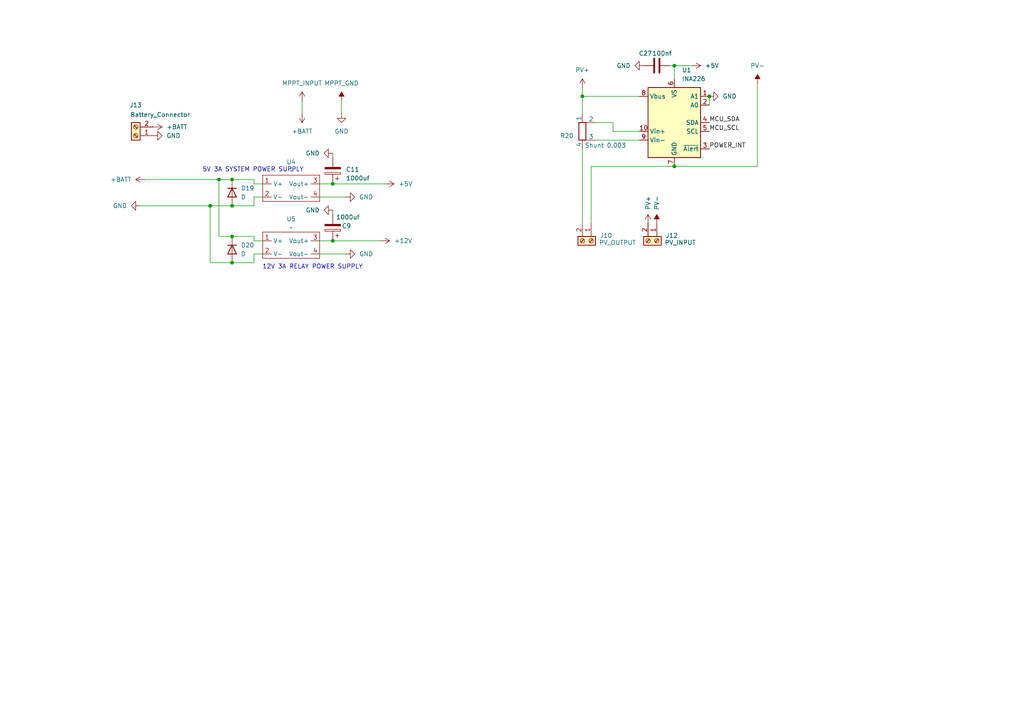
<source format=kicad_sch>
(kicad_sch
	(version 20231120)
	(generator "eeschema")
	(generator_version "8.0")
	(uuid "c517093e-6e43-497e-8f85-1177880cea36")
	(paper "A4")
	(lib_symbols
		(symbol "Connector:Screw_Terminal_01x02"
			(pin_names
				(offset 1.016) hide)
			(exclude_from_sim no)
			(in_bom yes)
			(on_board yes)
			(property "Reference" "J"
				(at 0 2.54 0)
				(effects
					(font
						(size 1.27 1.27)
					)
				)
			)
			(property "Value" "Screw_Terminal_01x02"
				(at 0 -5.08 0)
				(effects
					(font
						(size 1.27 1.27)
					)
				)
			)
			(property "Footprint" ""
				(at 0 0 0)
				(effects
					(font
						(size 1.27 1.27)
					)
					(hide yes)
				)
			)
			(property "Datasheet" "~"
				(at 0 0 0)
				(effects
					(font
						(size 1.27 1.27)
					)
					(hide yes)
				)
			)
			(property "Description" "Generic screw terminal, single row, 01x02, script generated (kicad-library-utils/schlib/autogen/connector/)"
				(at 0 0 0)
				(effects
					(font
						(size 1.27 1.27)
					)
					(hide yes)
				)
			)
			(property "ki_keywords" "screw terminal"
				(at 0 0 0)
				(effects
					(font
						(size 1.27 1.27)
					)
					(hide yes)
				)
			)
			(property "ki_fp_filters" "TerminalBlock*:*"
				(at 0 0 0)
				(effects
					(font
						(size 1.27 1.27)
					)
					(hide yes)
				)
			)
			(symbol "Screw_Terminal_01x02_1_1"
				(rectangle
					(start -1.27 1.27)
					(end 1.27 -3.81)
					(stroke
						(width 0.254)
						(type default)
					)
					(fill
						(type background)
					)
				)
				(circle
					(center 0 -2.54)
					(radius 0.635)
					(stroke
						(width 0.1524)
						(type default)
					)
					(fill
						(type none)
					)
				)
				(polyline
					(pts
						(xy -0.5334 -2.2098) (xy 0.3302 -3.048)
					)
					(stroke
						(width 0.1524)
						(type default)
					)
					(fill
						(type none)
					)
				)
				(polyline
					(pts
						(xy -0.5334 0.3302) (xy 0.3302 -0.508)
					)
					(stroke
						(width 0.1524)
						(type default)
					)
					(fill
						(type none)
					)
				)
				(polyline
					(pts
						(xy -0.3556 -2.032) (xy 0.508 -2.8702)
					)
					(stroke
						(width 0.1524)
						(type default)
					)
					(fill
						(type none)
					)
				)
				(polyline
					(pts
						(xy -0.3556 0.508) (xy 0.508 -0.3302)
					)
					(stroke
						(width 0.1524)
						(type default)
					)
					(fill
						(type none)
					)
				)
				(circle
					(center 0 0)
					(radius 0.635)
					(stroke
						(width 0.1524)
						(type default)
					)
					(fill
						(type none)
					)
				)
				(pin passive line
					(at -5.08 0 0)
					(length 3.81)
					(name "Pin_1"
						(effects
							(font
								(size 1.27 1.27)
							)
						)
					)
					(number "1"
						(effects
							(font
								(size 1.27 1.27)
							)
						)
					)
				)
				(pin passive line
					(at -5.08 -2.54 0)
					(length 3.81)
					(name "Pin_2"
						(effects
							(font
								(size 1.27 1.27)
							)
						)
					)
					(number "2"
						(effects
							(font
								(size 1.27 1.27)
							)
						)
					)
				)
			)
		)
		(symbol "Custom:AmazonBuckConverter"
			(exclude_from_sim no)
			(in_bom yes)
			(on_board yes)
			(property "Reference" "U"
				(at 0.508 9.144 0)
				(effects
					(font
						(size 1.27 1.27)
					)
				)
			)
			(property "Value" ""
				(at 0 0 0)
				(effects
					(font
						(size 1.27 1.27)
					)
				)
			)
			(property "Footprint" ""
				(at 0 0 0)
				(effects
					(font
						(size 1.27 1.27)
					)
					(hide yes)
				)
			)
			(property "Datasheet" ""
				(at 0 0 0)
				(effects
					(font
						(size 1.27 1.27)
					)
					(hide yes)
				)
			)
			(property "Description" ""
				(at 0 0 0)
				(effects
					(font
						(size 1.27 1.27)
					)
					(hide yes)
				)
			)
			(symbol "AmazonBuckConverter_0_1"
				(rectangle
					(start 0 7.62)
					(end 16.51 0)
					(stroke
						(width 0)
						(type default)
					)
					(fill
						(type none)
					)
				)
			)
			(symbol "AmazonBuckConverter_1_1"
				(pin input line
					(at 0 5.08 0)
					(length 2.54)
					(name "V+"
						(effects
							(font
								(size 1.27 1.27)
							)
						)
					)
					(number "1"
						(effects
							(font
								(size 1.27 1.27)
							)
						)
					)
				)
				(pin input line
					(at 0 1.27 0)
					(length 2.54)
					(name "V-"
						(effects
							(font
								(size 1.27 1.27)
							)
						)
					)
					(number "2"
						(effects
							(font
								(size 1.27 1.27)
							)
						)
					)
				)
				(pin output line
					(at 16.51 5.08 180)
					(length 2.54)
					(name "Vout+"
						(effects
							(font
								(size 1.27 1.27)
							)
						)
					)
					(number "3"
						(effects
							(font
								(size 1.27 1.27)
							)
						)
					)
				)
				(pin output line
					(at 16.51 1.27 180)
					(length 2.54)
					(name "Vout-"
						(effects
							(font
								(size 1.27 1.27)
							)
						)
					)
					(number "4"
						(effects
							(font
								(size 1.27 1.27)
							)
						)
					)
				)
			)
		)
		(symbol "Device:C"
			(pin_numbers hide)
			(pin_names
				(offset 0.254)
			)
			(exclude_from_sim no)
			(in_bom yes)
			(on_board yes)
			(property "Reference" "C"
				(at 0.635 2.54 0)
				(effects
					(font
						(size 1.27 1.27)
					)
					(justify left)
				)
			)
			(property "Value" "C"
				(at 0.635 -2.54 0)
				(effects
					(font
						(size 1.27 1.27)
					)
					(justify left)
				)
			)
			(property "Footprint" ""
				(at 0.9652 -3.81 0)
				(effects
					(font
						(size 1.27 1.27)
					)
					(hide yes)
				)
			)
			(property "Datasheet" "~"
				(at 0 0 0)
				(effects
					(font
						(size 1.27 1.27)
					)
					(hide yes)
				)
			)
			(property "Description" "Unpolarized capacitor"
				(at 0 0 0)
				(effects
					(font
						(size 1.27 1.27)
					)
					(hide yes)
				)
			)
			(property "ki_keywords" "cap capacitor"
				(at 0 0 0)
				(effects
					(font
						(size 1.27 1.27)
					)
					(hide yes)
				)
			)
			(property "ki_fp_filters" "C_*"
				(at 0 0 0)
				(effects
					(font
						(size 1.27 1.27)
					)
					(hide yes)
				)
			)
			(symbol "C_0_1"
				(polyline
					(pts
						(xy -2.032 -0.762) (xy 2.032 -0.762)
					)
					(stroke
						(width 0.508)
						(type default)
					)
					(fill
						(type none)
					)
				)
				(polyline
					(pts
						(xy -2.032 0.762) (xy 2.032 0.762)
					)
					(stroke
						(width 0.508)
						(type default)
					)
					(fill
						(type none)
					)
				)
			)
			(symbol "C_1_1"
				(pin passive line
					(at 0 3.81 270)
					(length 2.794)
					(name "~"
						(effects
							(font
								(size 1.27 1.27)
							)
						)
					)
					(number "1"
						(effects
							(font
								(size 1.27 1.27)
							)
						)
					)
				)
				(pin passive line
					(at 0 -3.81 90)
					(length 2.794)
					(name "~"
						(effects
							(font
								(size 1.27 1.27)
							)
						)
					)
					(number "2"
						(effects
							(font
								(size 1.27 1.27)
							)
						)
					)
				)
			)
		)
		(symbol "Device:C_Polarized"
			(pin_numbers hide)
			(pin_names
				(offset 0.254)
			)
			(exclude_from_sim no)
			(in_bom yes)
			(on_board yes)
			(property "Reference" "C"
				(at 0.635 2.54 0)
				(effects
					(font
						(size 1.27 1.27)
					)
					(justify left)
				)
			)
			(property "Value" "C_Polarized"
				(at 0.635 -2.54 0)
				(effects
					(font
						(size 1.27 1.27)
					)
					(justify left)
				)
			)
			(property "Footprint" ""
				(at 0.9652 -3.81 0)
				(effects
					(font
						(size 1.27 1.27)
					)
					(hide yes)
				)
			)
			(property "Datasheet" "~"
				(at 0 0 0)
				(effects
					(font
						(size 1.27 1.27)
					)
					(hide yes)
				)
			)
			(property "Description" "Polarized capacitor"
				(at 0 0 0)
				(effects
					(font
						(size 1.27 1.27)
					)
					(hide yes)
				)
			)
			(property "ki_keywords" "cap capacitor"
				(at 0 0 0)
				(effects
					(font
						(size 1.27 1.27)
					)
					(hide yes)
				)
			)
			(property "ki_fp_filters" "CP_*"
				(at 0 0 0)
				(effects
					(font
						(size 1.27 1.27)
					)
					(hide yes)
				)
			)
			(symbol "C_Polarized_0_1"
				(rectangle
					(start -2.286 0.508)
					(end 2.286 1.016)
					(stroke
						(width 0)
						(type default)
					)
					(fill
						(type none)
					)
				)
				(polyline
					(pts
						(xy -1.778 2.286) (xy -0.762 2.286)
					)
					(stroke
						(width 0)
						(type default)
					)
					(fill
						(type none)
					)
				)
				(polyline
					(pts
						(xy -1.27 2.794) (xy -1.27 1.778)
					)
					(stroke
						(width 0)
						(type default)
					)
					(fill
						(type none)
					)
				)
				(rectangle
					(start 2.286 -0.508)
					(end -2.286 -1.016)
					(stroke
						(width 0)
						(type default)
					)
					(fill
						(type outline)
					)
				)
			)
			(symbol "C_Polarized_1_1"
				(pin passive line
					(at 0 3.81 270)
					(length 2.794)
					(name "~"
						(effects
							(font
								(size 1.27 1.27)
							)
						)
					)
					(number "1"
						(effects
							(font
								(size 1.27 1.27)
							)
						)
					)
				)
				(pin passive line
					(at 0 -3.81 90)
					(length 2.794)
					(name "~"
						(effects
							(font
								(size 1.27 1.27)
							)
						)
					)
					(number "2"
						(effects
							(font
								(size 1.27 1.27)
							)
						)
					)
				)
			)
		)
		(symbol "Device:D"
			(pin_numbers hide)
			(pin_names
				(offset 1.016) hide)
			(exclude_from_sim no)
			(in_bom yes)
			(on_board yes)
			(property "Reference" "D"
				(at 0 2.54 0)
				(effects
					(font
						(size 1.27 1.27)
					)
				)
			)
			(property "Value" "D"
				(at 0 -2.54 0)
				(effects
					(font
						(size 1.27 1.27)
					)
				)
			)
			(property "Footprint" ""
				(at 0 0 0)
				(effects
					(font
						(size 1.27 1.27)
					)
					(hide yes)
				)
			)
			(property "Datasheet" "~"
				(at 0 0 0)
				(effects
					(font
						(size 1.27 1.27)
					)
					(hide yes)
				)
			)
			(property "Description" "Diode"
				(at 0 0 0)
				(effects
					(font
						(size 1.27 1.27)
					)
					(hide yes)
				)
			)
			(property "Sim.Device" "D"
				(at 0 0 0)
				(effects
					(font
						(size 1.27 1.27)
					)
					(hide yes)
				)
			)
			(property "Sim.Pins" "1=K 2=A"
				(at 0 0 0)
				(effects
					(font
						(size 1.27 1.27)
					)
					(hide yes)
				)
			)
			(property "ki_keywords" "diode"
				(at 0 0 0)
				(effects
					(font
						(size 1.27 1.27)
					)
					(hide yes)
				)
			)
			(property "ki_fp_filters" "TO-???* *_Diode_* *SingleDiode* D_*"
				(at 0 0 0)
				(effects
					(font
						(size 1.27 1.27)
					)
					(hide yes)
				)
			)
			(symbol "D_0_1"
				(polyline
					(pts
						(xy -1.27 1.27) (xy -1.27 -1.27)
					)
					(stroke
						(width 0.254)
						(type default)
					)
					(fill
						(type none)
					)
				)
				(polyline
					(pts
						(xy 1.27 0) (xy -1.27 0)
					)
					(stroke
						(width 0)
						(type default)
					)
					(fill
						(type none)
					)
				)
				(polyline
					(pts
						(xy 1.27 1.27) (xy 1.27 -1.27) (xy -1.27 0) (xy 1.27 1.27)
					)
					(stroke
						(width 0.254)
						(type default)
					)
					(fill
						(type none)
					)
				)
			)
			(symbol "D_1_1"
				(pin passive line
					(at -3.81 0 0)
					(length 2.54)
					(name "K"
						(effects
							(font
								(size 1.27 1.27)
							)
						)
					)
					(number "1"
						(effects
							(font
								(size 1.27 1.27)
							)
						)
					)
				)
				(pin passive line
					(at 3.81 0 180)
					(length 2.54)
					(name "A"
						(effects
							(font
								(size 1.27 1.27)
							)
						)
					)
					(number "2"
						(effects
							(font
								(size 1.27 1.27)
							)
						)
					)
				)
			)
		)
		(symbol "Device:R_Shunt"
			(pin_numbers hide)
			(pin_names
				(offset 0)
			)
			(exclude_from_sim no)
			(in_bom yes)
			(on_board yes)
			(property "Reference" "R"
				(at -4.445 0 90)
				(effects
					(font
						(size 1.27 1.27)
					)
				)
			)
			(property "Value" "R_Shunt"
				(at -2.54 0 90)
				(effects
					(font
						(size 1.27 1.27)
					)
				)
			)
			(property "Footprint" ""
				(at -1.778 0 90)
				(effects
					(font
						(size 1.27 1.27)
					)
					(hide yes)
				)
			)
			(property "Datasheet" "~"
				(at 0 0 0)
				(effects
					(font
						(size 1.27 1.27)
					)
					(hide yes)
				)
			)
			(property "Description" "Shunt resistor"
				(at 0 0 0)
				(effects
					(font
						(size 1.27 1.27)
					)
					(hide yes)
				)
			)
			(property "ki_keywords" "R res shunt resistor"
				(at 0 0 0)
				(effects
					(font
						(size 1.27 1.27)
					)
					(hide yes)
				)
			)
			(property "ki_fp_filters" "R_*Shunt*"
				(at 0 0 0)
				(effects
					(font
						(size 1.27 1.27)
					)
					(hide yes)
				)
			)
			(symbol "R_Shunt_0_1"
				(rectangle
					(start -1.016 -2.54)
					(end 1.016 2.54)
					(stroke
						(width 0.254)
						(type default)
					)
					(fill
						(type none)
					)
				)
				(polyline
					(pts
						(xy 0 -2.54) (xy 1.27 -2.54)
					)
					(stroke
						(width 0)
						(type default)
					)
					(fill
						(type none)
					)
				)
				(polyline
					(pts
						(xy 1.27 2.54) (xy 0 2.54)
					)
					(stroke
						(width 0)
						(type default)
					)
					(fill
						(type none)
					)
				)
			)
			(symbol "R_Shunt_1_1"
				(pin passive line
					(at 0 5.08 270)
					(length 2.54)
					(name "1"
						(effects
							(font
								(size 1.27 1.27)
							)
						)
					)
					(number "1"
						(effects
							(font
								(size 1.27 1.27)
							)
						)
					)
				)
				(pin passive line
					(at 3.81 2.54 180)
					(length 2.54)
					(name "2"
						(effects
							(font
								(size 1.27 1.27)
							)
						)
					)
					(number "2"
						(effects
							(font
								(size 1.27 1.27)
							)
						)
					)
				)
				(pin passive line
					(at 3.81 -2.54 180)
					(length 2.54)
					(name "3"
						(effects
							(font
								(size 1.27 1.27)
							)
						)
					)
					(number "3"
						(effects
							(font
								(size 1.27 1.27)
							)
						)
					)
				)
				(pin passive line
					(at 0 -5.08 90)
					(length 2.54)
					(name "4"
						(effects
							(font
								(size 1.27 1.27)
							)
						)
					)
					(number "4"
						(effects
							(font
								(size 1.27 1.27)
							)
						)
					)
				)
			)
		)
		(symbol "Sensor_Energy:INA226"
			(exclude_from_sim no)
			(in_bom yes)
			(on_board yes)
			(property "Reference" "U"
				(at -6.35 11.43 0)
				(effects
					(font
						(size 1.27 1.27)
					)
				)
			)
			(property "Value" "INA226"
				(at 3.81 11.43 0)
				(effects
					(font
						(size 1.27 1.27)
					)
				)
			)
			(property "Footprint" "Package_SO:VSSOP-10_3x3mm_P0.5mm"
				(at 20.32 -11.43 0)
				(effects
					(font
						(size 1.27 1.27)
					)
					(hide yes)
				)
			)
			(property "Datasheet" "http://www.ti.com/lit/ds/symlink/ina226.pdf"
				(at 8.89 -2.54 0)
				(effects
					(font
						(size 1.27 1.27)
					)
					(hide yes)
				)
			)
			(property "Description" "High-Side or Low-Side Measurement, Bi-Directional Current and Power Monitor (0-36V) with I2C Compatible Interface, VSSOP-10"
				(at 0 0 0)
				(effects
					(font
						(size 1.27 1.27)
					)
					(hide yes)
				)
			)
			(property "ki_keywords" "ADC I2C 16-Bit Oversampling Current Shunt"
				(at 0 0 0)
				(effects
					(font
						(size 1.27 1.27)
					)
					(hide yes)
				)
			)
			(property "ki_fp_filters" "VSSOP*3x3mm*P0.5mm*"
				(at 0 0 0)
				(effects
					(font
						(size 1.27 1.27)
					)
					(hide yes)
				)
			)
			(symbol "INA226_0_1"
				(rectangle
					(start 7.62 10.16)
					(end -7.62 -10.16)
					(stroke
						(width 0.254)
						(type default)
					)
					(fill
						(type background)
					)
				)
			)
			(symbol "INA226_1_1"
				(pin input line
					(at 10.16 7.62 180)
					(length 2.54)
					(name "A1"
						(effects
							(font
								(size 1.27 1.27)
							)
						)
					)
					(number "1"
						(effects
							(font
								(size 1.27 1.27)
							)
						)
					)
				)
				(pin input line
					(at -10.16 -2.54 0)
					(length 2.54)
					(name "Vin+"
						(effects
							(font
								(size 1.27 1.27)
							)
						)
					)
					(number "10"
						(effects
							(font
								(size 1.27 1.27)
							)
						)
					)
				)
				(pin input line
					(at 10.16 5.08 180)
					(length 2.54)
					(name "A0"
						(effects
							(font
								(size 1.27 1.27)
							)
						)
					)
					(number "2"
						(effects
							(font
								(size 1.27 1.27)
							)
						)
					)
				)
				(pin open_collector line
					(at 10.16 -7.62 180)
					(length 2.54)
					(name "~{Alert}"
						(effects
							(font
								(size 1.27 1.27)
							)
						)
					)
					(number "3"
						(effects
							(font
								(size 1.27 1.27)
							)
						)
					)
				)
				(pin bidirectional line
					(at 10.16 0 180)
					(length 2.54)
					(name "SDA"
						(effects
							(font
								(size 1.27 1.27)
							)
						)
					)
					(number "4"
						(effects
							(font
								(size 1.27 1.27)
							)
						)
					)
				)
				(pin input line
					(at 10.16 -2.54 180)
					(length 2.54)
					(name "SCL"
						(effects
							(font
								(size 1.27 1.27)
							)
						)
					)
					(number "5"
						(effects
							(font
								(size 1.27 1.27)
							)
						)
					)
				)
				(pin power_in line
					(at 0 12.7 270)
					(length 2.54)
					(name "VS"
						(effects
							(font
								(size 1.27 1.27)
							)
						)
					)
					(number "6"
						(effects
							(font
								(size 1.27 1.27)
							)
						)
					)
				)
				(pin power_in line
					(at 0 -12.7 90)
					(length 2.54)
					(name "GND"
						(effects
							(font
								(size 1.27 1.27)
							)
						)
					)
					(number "7"
						(effects
							(font
								(size 1.27 1.27)
							)
						)
					)
				)
				(pin input line
					(at -10.16 7.62 0)
					(length 2.54)
					(name "Vbus"
						(effects
							(font
								(size 1.27 1.27)
							)
						)
					)
					(number "8"
						(effects
							(font
								(size 1.27 1.27)
							)
						)
					)
				)
				(pin input line
					(at -10.16 -5.08 0)
					(length 2.54)
					(name "Vin-"
						(effects
							(font
								(size 1.27 1.27)
							)
						)
					)
					(number "9"
						(effects
							(font
								(size 1.27 1.27)
							)
						)
					)
				)
			)
		)
		(symbol "power:+12V"
			(power)
			(pin_numbers hide)
			(pin_names
				(offset 0) hide)
			(exclude_from_sim no)
			(in_bom yes)
			(on_board yes)
			(property "Reference" "#PWR"
				(at 0 -3.81 0)
				(effects
					(font
						(size 1.27 1.27)
					)
					(hide yes)
				)
			)
			(property "Value" "+12V"
				(at 0 3.556 0)
				(effects
					(font
						(size 1.27 1.27)
					)
				)
			)
			(property "Footprint" ""
				(at 0 0 0)
				(effects
					(font
						(size 1.27 1.27)
					)
					(hide yes)
				)
			)
			(property "Datasheet" ""
				(at 0 0 0)
				(effects
					(font
						(size 1.27 1.27)
					)
					(hide yes)
				)
			)
			(property "Description" "Power symbol creates a global label with name \"+12V\""
				(at 0 0 0)
				(effects
					(font
						(size 1.27 1.27)
					)
					(hide yes)
				)
			)
			(property "ki_keywords" "global power"
				(at 0 0 0)
				(effects
					(font
						(size 1.27 1.27)
					)
					(hide yes)
				)
			)
			(symbol "+12V_0_1"
				(polyline
					(pts
						(xy -0.762 1.27) (xy 0 2.54)
					)
					(stroke
						(width 0)
						(type default)
					)
					(fill
						(type none)
					)
				)
				(polyline
					(pts
						(xy 0 0) (xy 0 2.54)
					)
					(stroke
						(width 0)
						(type default)
					)
					(fill
						(type none)
					)
				)
				(polyline
					(pts
						(xy 0 2.54) (xy 0.762 1.27)
					)
					(stroke
						(width 0)
						(type default)
					)
					(fill
						(type none)
					)
				)
			)
			(symbol "+12V_1_1"
				(pin power_in line
					(at 0 0 90)
					(length 0)
					(name "~"
						(effects
							(font
								(size 1.27 1.27)
							)
						)
					)
					(number "1"
						(effects
							(font
								(size 1.27 1.27)
							)
						)
					)
				)
			)
		)
		(symbol "power:+5V"
			(power)
			(pin_numbers hide)
			(pin_names
				(offset 0) hide)
			(exclude_from_sim no)
			(in_bom yes)
			(on_board yes)
			(property "Reference" "#PWR"
				(at 0 -3.81 0)
				(effects
					(font
						(size 1.27 1.27)
					)
					(hide yes)
				)
			)
			(property "Value" "+5V"
				(at 0 3.556 0)
				(effects
					(font
						(size 1.27 1.27)
					)
				)
			)
			(property "Footprint" ""
				(at 0 0 0)
				(effects
					(font
						(size 1.27 1.27)
					)
					(hide yes)
				)
			)
			(property "Datasheet" ""
				(at 0 0 0)
				(effects
					(font
						(size 1.27 1.27)
					)
					(hide yes)
				)
			)
			(property "Description" "Power symbol creates a global label with name \"+5V\""
				(at 0 0 0)
				(effects
					(font
						(size 1.27 1.27)
					)
					(hide yes)
				)
			)
			(property "ki_keywords" "global power"
				(at 0 0 0)
				(effects
					(font
						(size 1.27 1.27)
					)
					(hide yes)
				)
			)
			(symbol "+5V_0_1"
				(polyline
					(pts
						(xy -0.762 1.27) (xy 0 2.54)
					)
					(stroke
						(width 0)
						(type default)
					)
					(fill
						(type none)
					)
				)
				(polyline
					(pts
						(xy 0 0) (xy 0 2.54)
					)
					(stroke
						(width 0)
						(type default)
					)
					(fill
						(type none)
					)
				)
				(polyline
					(pts
						(xy 0 2.54) (xy 0.762 1.27)
					)
					(stroke
						(width 0)
						(type default)
					)
					(fill
						(type none)
					)
				)
			)
			(symbol "+5V_1_1"
				(pin power_in line
					(at 0 0 90)
					(length 0)
					(name "~"
						(effects
							(font
								(size 1.27 1.27)
							)
						)
					)
					(number "1"
						(effects
							(font
								(size 1.27 1.27)
							)
						)
					)
				)
			)
		)
		(symbol "power:+BATT"
			(power)
			(pin_numbers hide)
			(pin_names
				(offset 0) hide)
			(exclude_from_sim no)
			(in_bom yes)
			(on_board yes)
			(property "Reference" "#PWR"
				(at 0 -3.81 0)
				(effects
					(font
						(size 1.27 1.27)
					)
					(hide yes)
				)
			)
			(property "Value" "+BATT"
				(at 0 3.556 0)
				(effects
					(font
						(size 1.27 1.27)
					)
				)
			)
			(property "Footprint" ""
				(at 0 0 0)
				(effects
					(font
						(size 1.27 1.27)
					)
					(hide yes)
				)
			)
			(property "Datasheet" ""
				(at 0 0 0)
				(effects
					(font
						(size 1.27 1.27)
					)
					(hide yes)
				)
			)
			(property "Description" "Power symbol creates a global label with name \"+BATT\""
				(at 0 0 0)
				(effects
					(font
						(size 1.27 1.27)
					)
					(hide yes)
				)
			)
			(property "ki_keywords" "global power battery"
				(at 0 0 0)
				(effects
					(font
						(size 1.27 1.27)
					)
					(hide yes)
				)
			)
			(symbol "+BATT_0_1"
				(polyline
					(pts
						(xy -0.762 1.27) (xy 0 2.54)
					)
					(stroke
						(width 0)
						(type default)
					)
					(fill
						(type none)
					)
				)
				(polyline
					(pts
						(xy 0 0) (xy 0 2.54)
					)
					(stroke
						(width 0)
						(type default)
					)
					(fill
						(type none)
					)
				)
				(polyline
					(pts
						(xy 0 2.54) (xy 0.762 1.27)
					)
					(stroke
						(width 0)
						(type default)
					)
					(fill
						(type none)
					)
				)
			)
			(symbol "+BATT_1_1"
				(pin power_in line
					(at 0 0 90)
					(length 0)
					(name "~"
						(effects
							(font
								(size 1.27 1.27)
							)
						)
					)
					(number "1"
						(effects
							(font
								(size 1.27 1.27)
							)
						)
					)
				)
			)
		)
		(symbol "power:GND"
			(power)
			(pin_numbers hide)
			(pin_names
				(offset 0) hide)
			(exclude_from_sim no)
			(in_bom yes)
			(on_board yes)
			(property "Reference" "#PWR"
				(at 0 -6.35 0)
				(effects
					(font
						(size 1.27 1.27)
					)
					(hide yes)
				)
			)
			(property "Value" "GND"
				(at 0 -3.81 0)
				(effects
					(font
						(size 1.27 1.27)
					)
				)
			)
			(property "Footprint" ""
				(at 0 0 0)
				(effects
					(font
						(size 1.27 1.27)
					)
					(hide yes)
				)
			)
			(property "Datasheet" ""
				(at 0 0 0)
				(effects
					(font
						(size 1.27 1.27)
					)
					(hide yes)
				)
			)
			(property "Description" "Power symbol creates a global label with name \"GND\" , ground"
				(at 0 0 0)
				(effects
					(font
						(size 1.27 1.27)
					)
					(hide yes)
				)
			)
			(property "ki_keywords" "global power"
				(at 0 0 0)
				(effects
					(font
						(size 1.27 1.27)
					)
					(hide yes)
				)
			)
			(symbol "GND_0_1"
				(polyline
					(pts
						(xy 0 0) (xy 0 -1.27) (xy 1.27 -1.27) (xy 0 -2.54) (xy -1.27 -1.27) (xy 0 -1.27)
					)
					(stroke
						(width 0)
						(type default)
					)
					(fill
						(type none)
					)
				)
			)
			(symbol "GND_1_1"
				(pin power_in line
					(at 0 0 270)
					(length 0)
					(name "~"
						(effects
							(font
								(size 1.27 1.27)
							)
						)
					)
					(number "1"
						(effects
							(font
								(size 1.27 1.27)
							)
						)
					)
				)
			)
		)
		(symbol "power:VCC"
			(power)
			(pin_numbers hide)
			(pin_names
				(offset 0) hide)
			(exclude_from_sim no)
			(in_bom yes)
			(on_board yes)
			(property "Reference" "#PWR"
				(at 0 -3.81 0)
				(effects
					(font
						(size 1.27 1.27)
					)
					(hide yes)
				)
			)
			(property "Value" "VCC"
				(at 0 3.556 0)
				(effects
					(font
						(size 1.27 1.27)
					)
				)
			)
			(property "Footprint" ""
				(at 0 0 0)
				(effects
					(font
						(size 1.27 1.27)
					)
					(hide yes)
				)
			)
			(property "Datasheet" ""
				(at 0 0 0)
				(effects
					(font
						(size 1.27 1.27)
					)
					(hide yes)
				)
			)
			(property "Description" "Power symbol creates a global label with name \"VCC\""
				(at 0 0 0)
				(effects
					(font
						(size 1.27 1.27)
					)
					(hide yes)
				)
			)
			(property "ki_keywords" "global power"
				(at 0 0 0)
				(effects
					(font
						(size 1.27 1.27)
					)
					(hide yes)
				)
			)
			(symbol "VCC_0_1"
				(polyline
					(pts
						(xy -0.762 1.27) (xy 0 2.54)
					)
					(stroke
						(width 0)
						(type default)
					)
					(fill
						(type none)
					)
				)
				(polyline
					(pts
						(xy 0 0) (xy 0 2.54)
					)
					(stroke
						(width 0)
						(type default)
					)
					(fill
						(type none)
					)
				)
				(polyline
					(pts
						(xy 0 2.54) (xy 0.762 1.27)
					)
					(stroke
						(width 0)
						(type default)
					)
					(fill
						(type none)
					)
				)
			)
			(symbol "VCC_1_1"
				(pin power_in line
					(at 0 0 90)
					(length 0)
					(name "~"
						(effects
							(font
								(size 1.27 1.27)
							)
						)
					)
					(number "1"
						(effects
							(font
								(size 1.27 1.27)
							)
						)
					)
				)
			)
		)
		(symbol "power:VDD"
			(power)
			(pin_numbers hide)
			(pin_names
				(offset 0) hide)
			(exclude_from_sim no)
			(in_bom yes)
			(on_board yes)
			(property "Reference" "#PWR"
				(at 0 -3.81 0)
				(effects
					(font
						(size 1.27 1.27)
					)
					(hide yes)
				)
			)
			(property "Value" "VDD"
				(at 0 3.556 0)
				(effects
					(font
						(size 1.27 1.27)
					)
				)
			)
			(property "Footprint" ""
				(at 0 0 0)
				(effects
					(font
						(size 1.27 1.27)
					)
					(hide yes)
				)
			)
			(property "Datasheet" ""
				(at 0 0 0)
				(effects
					(font
						(size 1.27 1.27)
					)
					(hide yes)
				)
			)
			(property "Description" "Power symbol creates a global label with name \"VDD\""
				(at 0 0 0)
				(effects
					(font
						(size 1.27 1.27)
					)
					(hide yes)
				)
			)
			(property "ki_keywords" "global power"
				(at 0 0 0)
				(effects
					(font
						(size 1.27 1.27)
					)
					(hide yes)
				)
			)
			(symbol "VDD_0_1"
				(polyline
					(pts
						(xy -0.762 1.27) (xy 0 2.54)
					)
					(stroke
						(width 0)
						(type default)
					)
					(fill
						(type none)
					)
				)
				(polyline
					(pts
						(xy 0 0) (xy 0 2.54)
					)
					(stroke
						(width 0)
						(type default)
					)
					(fill
						(type none)
					)
				)
				(polyline
					(pts
						(xy 0 2.54) (xy 0.762 1.27)
					)
					(stroke
						(width 0)
						(type default)
					)
					(fill
						(type none)
					)
				)
			)
			(symbol "VDD_1_1"
				(pin power_in line
					(at 0 0 90)
					(length 0)
					(name "~"
						(effects
							(font
								(size 1.27 1.27)
							)
						)
					)
					(number "1"
						(effects
							(font
								(size 1.27 1.27)
							)
						)
					)
				)
			)
		)
		(symbol "power:VSS"
			(power)
			(pin_numbers hide)
			(pin_names
				(offset 0) hide)
			(exclude_from_sim no)
			(in_bom yes)
			(on_board yes)
			(property "Reference" "#PWR"
				(at 0 -3.81 0)
				(effects
					(font
						(size 1.27 1.27)
					)
					(hide yes)
				)
			)
			(property "Value" "VSS"
				(at 0 3.556 0)
				(effects
					(font
						(size 1.27 1.27)
					)
				)
			)
			(property "Footprint" ""
				(at 0 0 0)
				(effects
					(font
						(size 1.27 1.27)
					)
					(hide yes)
				)
			)
			(property "Datasheet" ""
				(at 0 0 0)
				(effects
					(font
						(size 1.27 1.27)
					)
					(hide yes)
				)
			)
			(property "Description" "Power symbol creates a global label with name \"VSS\""
				(at 0 0 0)
				(effects
					(font
						(size 1.27 1.27)
					)
					(hide yes)
				)
			)
			(property "ki_keywords" "global power"
				(at 0 0 0)
				(effects
					(font
						(size 1.27 1.27)
					)
					(hide yes)
				)
			)
			(symbol "VSS_0_1"
				(polyline
					(pts
						(xy 0 0) (xy 0 2.54)
					)
					(stroke
						(width 0)
						(type default)
					)
					(fill
						(type none)
					)
				)
				(polyline
					(pts
						(xy 0.762 1.27) (xy -0.762 1.27) (xy 0 2.54) (xy 0.762 1.27)
					)
					(stroke
						(width 0)
						(type default)
					)
					(fill
						(type outline)
					)
				)
			)
			(symbol "VSS_1_1"
				(pin power_in line
					(at 0 0 90)
					(length 0)
					(name "~"
						(effects
							(font
								(size 1.27 1.27)
							)
						)
					)
					(number "1"
						(effects
							(font
								(size 1.27 1.27)
							)
						)
					)
				)
			)
		)
	)
	(junction
		(at 205.74 27.94)
		(diameter 0)
		(color 0 0 0 0)
		(uuid "2b20f453-57d8-4c1c-857a-ad8e6bf1d9c9")
	)
	(junction
		(at 96.52 53.34)
		(diameter 0)
		(color 0 0 0 0)
		(uuid "67b3819e-9291-48e7-b975-4889bdab45ee")
	)
	(junction
		(at 195.58 19.05)
		(diameter 0)
		(color 0 0 0 0)
		(uuid "6ab2c7c5-95f8-47bc-b386-c7f07a71c4d0")
	)
	(junction
		(at 60.96 59.69)
		(diameter 0)
		(color 0 0 0 0)
		(uuid "761205b0-c291-42f6-bad5-1cd1d76eaf3d")
	)
	(junction
		(at 96.52 69.85)
		(diameter 0)
		(color 0 0 0 0)
		(uuid "8771e06e-dcfa-4f86-81b6-3ef6f305fd7c")
	)
	(junction
		(at 168.91 27.94)
		(diameter 0)
		(color 0 0 0 0)
		(uuid "987b46b1-ba5e-45b3-884b-29d4a6dc5d67")
	)
	(junction
		(at 63.5 52.07)
		(diameter 0)
		(color 0 0 0 0)
		(uuid "a7ac2aca-da33-45c8-a062-8a4c7db03de7")
	)
	(junction
		(at 195.58 48.26)
		(diameter 0)
		(color 0 0 0 0)
		(uuid "b2f80087-1d6f-446f-8d65-1dccb2e5c303")
	)
	(junction
		(at 67.31 59.69)
		(diameter 0)
		(color 0 0 0 0)
		(uuid "b3f9e01e-f5fd-4529-a89c-6d42a654aa89")
	)
	(junction
		(at 67.31 52.07)
		(diameter 0)
		(color 0 0 0 0)
		(uuid "dd4761a1-fdbb-4344-8c4b-7835844c1126")
	)
	(junction
		(at 67.31 68.58)
		(diameter 0)
		(color 0 0 0 0)
		(uuid "e241e188-d1e3-4903-b908-219cd9dc67b1")
	)
	(junction
		(at 67.31 76.2)
		(diameter 0)
		(color 0 0 0 0)
		(uuid "fa381e74-edef-4da4-9f60-1e086415e951")
	)
	(wire
		(pts
			(xy 195.58 19.05) (xy 195.58 22.86)
		)
		(stroke
			(width 0)
			(type default)
		)
		(uuid "03ffd379-f2d7-4101-ba5e-634632cea566")
	)
	(wire
		(pts
			(xy 96.52 69.85) (xy 110.49 69.85)
		)
		(stroke
			(width 0)
			(type default)
		)
		(uuid "05366508-d8f5-4549-8fac-ec6d6d2ae0d6")
	)
	(wire
		(pts
			(xy 99.06 29.21) (xy 99.06 33.02)
		)
		(stroke
			(width 0)
			(type default)
		)
		(uuid "0587ee1b-cf22-444b-b7f0-eb3c9a0389a3")
	)
	(wire
		(pts
			(xy 67.31 59.69) (xy 73.66 59.69)
		)
		(stroke
			(width 0)
			(type default)
		)
		(uuid "062551a8-68bc-47f6-8ca6-6456ff32f5bb")
	)
	(wire
		(pts
			(xy 200.66 19.05) (xy 195.58 19.05)
		)
		(stroke
			(width 0)
			(type default)
		)
		(uuid "08185a6f-8932-4b5e-85e1-ef6f7dfb2050")
	)
	(wire
		(pts
			(xy 96.52 53.34) (xy 111.76 53.34)
		)
		(stroke
			(width 0)
			(type default)
		)
		(uuid "1d84e798-fcb3-4ed5-baf0-cf7d3752f3cf")
	)
	(wire
		(pts
			(xy 60.96 59.69) (xy 67.31 59.69)
		)
		(stroke
			(width 0)
			(type default)
		)
		(uuid "1f92137f-a9d8-4d2e-ac0a-74b688137a81")
	)
	(wire
		(pts
			(xy 195.58 19.05) (xy 194.31 19.05)
		)
		(stroke
			(width 0)
			(type default)
		)
		(uuid "211d5e21-0023-4d14-90ea-3bee9efd7db2")
	)
	(wire
		(pts
			(xy 195.58 48.26) (xy 171.45 48.26)
		)
		(stroke
			(width 0)
			(type default)
		)
		(uuid "21917694-7a04-4d2a-b76e-e156f34e90db")
	)
	(wire
		(pts
			(xy 76.2 53.34) (xy 73.66 53.34)
		)
		(stroke
			(width 0)
			(type default)
		)
		(uuid "234d4418-21a8-40a1-a16e-43ce6ba8051c")
	)
	(wire
		(pts
			(xy 40.64 59.69) (xy 60.96 59.69)
		)
		(stroke
			(width 0)
			(type default)
		)
		(uuid "23ac602e-d187-4aaf-8f93-7167719d4c16")
	)
	(wire
		(pts
			(xy 92.71 73.66) (xy 100.33 73.66)
		)
		(stroke
			(width 0)
			(type default)
		)
		(uuid "2f389606-7999-4afe-a9d3-9adc6ec57689")
	)
	(wire
		(pts
			(xy 168.91 43.18) (xy 168.91 64.77)
		)
		(stroke
			(width 0)
			(type default)
		)
		(uuid "33a47cf3-d9bc-476c-8dab-a09a6c05f350")
	)
	(wire
		(pts
			(xy 168.91 25.4) (xy 168.91 27.94)
		)
		(stroke
			(width 0)
			(type default)
		)
		(uuid "34d65d5a-a5d3-4193-b67f-2c8f416f4437")
	)
	(wire
		(pts
			(xy 73.66 52.07) (xy 67.31 52.07)
		)
		(stroke
			(width 0)
			(type default)
		)
		(uuid "4b2b0079-bcad-40c8-9037-356870ac6101")
	)
	(wire
		(pts
			(xy 172.72 40.64) (xy 185.42 40.64)
		)
		(stroke
			(width 0)
			(type default)
		)
		(uuid "4cc82d9a-62df-4d53-986f-0f1b71c358c1")
	)
	(wire
		(pts
			(xy 63.5 52.07) (xy 67.31 52.07)
		)
		(stroke
			(width 0)
			(type default)
		)
		(uuid "4dddbc35-fe28-41d5-be2a-7d7975c25a08")
	)
	(wire
		(pts
			(xy 92.71 69.85) (xy 96.52 69.85)
		)
		(stroke
			(width 0)
			(type default)
		)
		(uuid "50f2f1b9-2c30-49c0-8958-5889bde6a61e")
	)
	(wire
		(pts
			(xy 92.71 53.34) (xy 96.52 53.34)
		)
		(stroke
			(width 0)
			(type default)
		)
		(uuid "5b0130d3-1220-45db-877b-eda4d9a9ded3")
	)
	(wire
		(pts
			(xy 96.52 44.45) (xy 96.52 45.72)
		)
		(stroke
			(width 0)
			(type default)
		)
		(uuid "77d952b7-68b5-4f0e-936d-0a6971cb8fe4")
	)
	(wire
		(pts
			(xy 168.91 27.94) (xy 168.91 33.02)
		)
		(stroke
			(width 0)
			(type default)
		)
		(uuid "7c70bf08-972a-4f59-ac3c-d0d4ca577217")
	)
	(wire
		(pts
			(xy 67.31 76.2) (xy 73.66 76.2)
		)
		(stroke
			(width 0)
			(type default)
		)
		(uuid "7c96c0eb-390e-48bc-856e-7e098a9b1b57")
	)
	(wire
		(pts
			(xy 168.91 27.94) (xy 185.42 27.94)
		)
		(stroke
			(width 0)
			(type default)
		)
		(uuid "7d2d95f1-1f49-4764-bda5-ed6525780357")
	)
	(wire
		(pts
			(xy 205.74 27.94) (xy 205.74 30.48)
		)
		(stroke
			(width 0)
			(type default)
		)
		(uuid "886719d8-757d-4a32-8f69-98de829a9a98")
	)
	(wire
		(pts
			(xy 219.71 48.26) (xy 195.58 48.26)
		)
		(stroke
			(width 0)
			(type default)
		)
		(uuid "895593e2-b9ea-4bee-9de2-d7c26afd4681")
	)
	(wire
		(pts
			(xy 73.66 53.34) (xy 73.66 52.07)
		)
		(stroke
			(width 0)
			(type default)
		)
		(uuid "8c4f4174-655f-454c-89ee-1f42c21ec3c5")
	)
	(wire
		(pts
			(xy 60.96 76.2) (xy 67.31 76.2)
		)
		(stroke
			(width 0)
			(type default)
		)
		(uuid "8e582ad1-2ab7-44f1-b816-f2fc266dd76f")
	)
	(wire
		(pts
			(xy 63.5 68.58) (xy 67.31 68.58)
		)
		(stroke
			(width 0)
			(type default)
		)
		(uuid "990e8f19-dd0e-43f7-aaf0-6c53766e8e84")
	)
	(wire
		(pts
			(xy 41.91 52.07) (xy 63.5 52.07)
		)
		(stroke
			(width 0)
			(type default)
		)
		(uuid "9e2c1728-d7ca-46d8-863f-2ff30863eba7")
	)
	(wire
		(pts
			(xy 73.66 69.85) (xy 73.66 68.58)
		)
		(stroke
			(width 0)
			(type default)
		)
		(uuid "a9e72595-bb00-4d86-8721-1aef9b6073d1")
	)
	(wire
		(pts
			(xy 96.52 60.96) (xy 96.52 62.23)
		)
		(stroke
			(width 0)
			(type default)
		)
		(uuid "ad8c0601-6f3e-481e-a945-31455ca2fb94")
	)
	(wire
		(pts
			(xy 185.42 38.1) (xy 177.8 38.1)
		)
		(stroke
			(width 0)
			(type default)
		)
		(uuid "b0c516aa-980f-4961-9182-9a399d974231")
	)
	(wire
		(pts
			(xy 73.66 59.69) (xy 73.66 57.15)
		)
		(stroke
			(width 0)
			(type default)
		)
		(uuid "b2823419-efa3-4ec7-a2e3-4532879d14c9")
	)
	(wire
		(pts
			(xy 92.71 57.15) (xy 100.33 57.15)
		)
		(stroke
			(width 0)
			(type default)
		)
		(uuid "b41702d6-726e-4501-8be4-0a6b1055c707")
	)
	(wire
		(pts
			(xy 63.5 68.58) (xy 63.5 52.07)
		)
		(stroke
			(width 0)
			(type default)
		)
		(uuid "b627bb0a-a320-4288-b53c-006f8f848313")
	)
	(wire
		(pts
			(xy 87.63 29.21) (xy 87.63 33.02)
		)
		(stroke
			(width 0)
			(type default)
		)
		(uuid "b960eadf-ad69-403c-b471-4cf9ae786744")
	)
	(wire
		(pts
			(xy 73.66 76.2) (xy 73.66 73.66)
		)
		(stroke
			(width 0)
			(type default)
		)
		(uuid "c313701a-8ae2-481c-a28d-7c50265311f3")
	)
	(wire
		(pts
			(xy 171.45 48.26) (xy 171.45 64.77)
		)
		(stroke
			(width 0)
			(type default)
		)
		(uuid "c7f5c07a-e9a6-4a23-b212-f9831e214771")
	)
	(wire
		(pts
			(xy 76.2 69.85) (xy 73.66 69.85)
		)
		(stroke
			(width 0)
			(type default)
		)
		(uuid "c9293c70-c7f3-45bc-a8f2-68e020b1e909")
	)
	(wire
		(pts
			(xy 73.66 68.58) (xy 67.31 68.58)
		)
		(stroke
			(width 0)
			(type default)
		)
		(uuid "d6aa8e97-b2e8-4002-a9f3-713cbc49f44e")
	)
	(wire
		(pts
			(xy 219.71 24.13) (xy 219.71 48.26)
		)
		(stroke
			(width 0)
			(type default)
		)
		(uuid "e1fda688-397d-4327-bc6d-fec1abf1a8ae")
	)
	(wire
		(pts
			(xy 73.66 57.15) (xy 76.2 57.15)
		)
		(stroke
			(width 0)
			(type default)
		)
		(uuid "e23d48ba-586e-4c27-8942-30c5b571a390")
	)
	(wire
		(pts
			(xy 177.8 38.1) (xy 177.8 35.56)
		)
		(stroke
			(width 0)
			(type default)
		)
		(uuid "e2dc2e4a-7893-4e8f-af99-772fc1bbe3db")
	)
	(wire
		(pts
			(xy 60.96 59.69) (xy 60.96 76.2)
		)
		(stroke
			(width 0)
			(type default)
		)
		(uuid "e625827e-0c8c-431b-a7ba-c0815a61a3ae")
	)
	(wire
		(pts
			(xy 73.66 73.66) (xy 76.2 73.66)
		)
		(stroke
			(width 0)
			(type default)
		)
		(uuid "edad7082-e392-4824-8ccd-dda5a5c85c29")
	)
	(wire
		(pts
			(xy 172.72 35.56) (xy 177.8 35.56)
		)
		(stroke
			(width 0)
			(type default)
		)
		(uuid "fbe6e43b-f249-467d-b579-1e68efc2d1b6")
	)
	(text "5V 3A SYSTEM POWER SUPPLY"
		(exclude_from_sim no)
		(at 73.406 49.276 0)
		(effects
			(font
				(size 1.27 1.27)
			)
		)
		(uuid "615c705a-1947-456b-bd38-579243111d19")
	)
	(text "12V 3A RELAY POWER SUPPLY"
		(exclude_from_sim no)
		(at 90.678 77.47 0)
		(effects
			(font
				(size 1.27 1.27)
			)
		)
		(uuid "f0132966-328c-411e-998f-734dc95c49b7")
	)
	(label "POWER_INT"
		(at 205.74 43.18 0)
		(fields_autoplaced yes)
		(effects
			(font
				(size 1.27 1.27)
			)
			(justify left bottom)
		)
		(uuid "331dc405-84c7-4ea7-bc6e-58a7764329e3")
	)
	(label "MCU_SCL"
		(at 205.74 38.1 0)
		(fields_autoplaced yes)
		(effects
			(font
				(size 1.27 1.27)
			)
			(justify left bottom)
		)
		(uuid "8fd64634-6aa0-42f7-abf7-7a038592abe1")
	)
	(label "MCU_SDA"
		(at 205.74 35.56 0)
		(fields_autoplaced yes)
		(effects
			(font
				(size 1.27 1.27)
			)
			(justify left bottom)
		)
		(uuid "b35849c7-b18d-4495-b100-5d7c702b12af")
	)
	(symbol
		(lib_id "Device:D")
		(at 67.31 72.39 270)
		(unit 1)
		(exclude_from_sim no)
		(in_bom yes)
		(on_board yes)
		(dnp no)
		(fields_autoplaced yes)
		(uuid "07848e3d-1f76-450a-ab70-2ee7bc49953e")
		(property "Reference" "D20"
			(at 69.85 71.1199 90)
			(effects
				(font
					(size 1.27 1.27)
				)
				(justify left)
			)
		)
		(property "Value" "D"
			(at 69.85 73.6599 90)
			(effects
				(font
					(size 1.27 1.27)
				)
				(justify left)
			)
		)
		(property "Footprint" "Diode_THT:D_DO-41_SOD81_P10.16mm_Horizontal"
			(at 67.31 72.39 0)
			(effects
				(font
					(size 1.27 1.27)
				)
				(hide yes)
			)
		)
		(property "Datasheet" "~"
			(at 67.31 72.39 0)
			(effects
				(font
					(size 1.27 1.27)
				)
				(hide yes)
			)
		)
		(property "Description" "Diode"
			(at 67.31 72.39 0)
			(effects
				(font
					(size 1.27 1.27)
				)
				(hide yes)
			)
		)
		(property "Sim.Device" "D"
			(at 67.31 72.39 0)
			(effects
				(font
					(size 1.27 1.27)
				)
				(hide yes)
			)
		)
		(property "Sim.Pins" "1=K 2=A"
			(at 67.31 72.39 0)
			(effects
				(font
					(size 1.27 1.27)
				)
				(hide yes)
			)
		)
		(pin "1"
			(uuid "5d503e2e-683a-4f2f-928a-5aa71c1cfb83")
		)
		(pin "2"
			(uuid "271d23c1-c5bd-42a5-b30e-770cb967c1b2")
		)
		(instances
			(project "M56Controller"
				(path "/6d1929cf-8167-4038-9c8d-a941d3ab1e89/3a0fae32-f004-4cad-b014-dda7811fa5d7"
					(reference "D20")
					(unit 1)
				)
			)
		)
	)
	(symbol
		(lib_id "power:GND")
		(at 44.45 39.37 90)
		(unit 1)
		(exclude_from_sim no)
		(in_bom yes)
		(on_board yes)
		(dnp no)
		(fields_autoplaced yes)
		(uuid "1256b6ec-6507-49f1-9938-222f9878a272")
		(property "Reference" "#PWR0108"
			(at 50.8 39.37 0)
			(effects
				(font
					(size 1.27 1.27)
				)
				(hide yes)
			)
		)
		(property "Value" "GND"
			(at 48.26 39.3699 90)
			(effects
				(font
					(size 1.27 1.27)
				)
				(justify right)
			)
		)
		(property "Footprint" ""
			(at 44.45 39.37 0)
			(effects
				(font
					(size 1.27 1.27)
				)
				(hide yes)
			)
		)
		(property "Datasheet" ""
			(at 44.45 39.37 0)
			(effects
				(font
					(size 1.27 1.27)
				)
				(hide yes)
			)
		)
		(property "Description" "Power symbol creates a global label with name \"GND\" , ground"
			(at 44.45 39.37 0)
			(effects
				(font
					(size 1.27 1.27)
				)
				(hide yes)
			)
		)
		(pin "1"
			(uuid "dffe0f65-2240-49b8-bfc7-9787be9a8579")
		)
		(instances
			(project ""
				(path "/6d1929cf-8167-4038-9c8d-a941d3ab1e89/3a0fae32-f004-4cad-b014-dda7811fa5d7"
					(reference "#PWR0108")
					(unit 1)
				)
			)
		)
	)
	(symbol
		(lib_id "power:GND")
		(at 96.52 60.96 270)
		(unit 1)
		(exclude_from_sim no)
		(in_bom yes)
		(on_board yes)
		(dnp no)
		(fields_autoplaced yes)
		(uuid "207d6aec-8a94-487b-9181-90d40ac218d5")
		(property "Reference" "#PWR049"
			(at 90.17 60.96 0)
			(effects
				(font
					(size 1.27 1.27)
				)
				(hide yes)
			)
		)
		(property "Value" "GND"
			(at 92.71 60.9599 90)
			(effects
				(font
					(size 1.27 1.27)
				)
				(justify right)
			)
		)
		(property "Footprint" ""
			(at 96.52 60.96 0)
			(effects
				(font
					(size 1.27 1.27)
				)
				(hide yes)
			)
		)
		(property "Datasheet" ""
			(at 96.52 60.96 0)
			(effects
				(font
					(size 1.27 1.27)
				)
				(hide yes)
			)
		)
		(property "Description" "Power symbol creates a global label with name \"GND\" , ground"
			(at 96.52 60.96 0)
			(effects
				(font
					(size 1.27 1.27)
				)
				(hide yes)
			)
		)
		(pin "1"
			(uuid "0a5119ea-8270-4fd7-83eb-c79c6ed1c716")
		)
		(instances
			(project ""
				(path "/6d1929cf-8167-4038-9c8d-a941d3ab1e89/3a0fae32-f004-4cad-b014-dda7811fa5d7"
					(reference "#PWR049")
					(unit 1)
				)
			)
		)
	)
	(symbol
		(lib_id "Custom:AmazonBuckConverter")
		(at 76.2 58.42 0)
		(unit 1)
		(exclude_from_sim no)
		(in_bom yes)
		(on_board yes)
		(dnp no)
		(fields_autoplaced yes)
		(uuid "2cea7819-772e-4df2-a24a-7bebe5cb4017")
		(property "Reference" "U4"
			(at 84.455 46.99 0)
			(effects
				(font
					(size 1.27 1.27)
				)
			)
		)
		(property "Value" "~"
			(at 84.455 49.53 0)
			(effects
				(font
					(size 1.27 1.27)
				)
			)
		)
		(property "Footprint" "AmazonPowerSupply:AmazonBuckConverter"
			(at 76.2 58.42 0)
			(effects
				(font
					(size 1.27 1.27)
				)
				(hide yes)
			)
		)
		(property "Datasheet" ""
			(at 76.2 58.42 0)
			(effects
				(font
					(size 1.27 1.27)
				)
				(hide yes)
			)
		)
		(property "Description" ""
			(at 76.2 58.42 0)
			(effects
				(font
					(size 1.27 1.27)
				)
				(hide yes)
			)
		)
		(pin "3"
			(uuid "b1c0c86b-30d3-4cd6-820a-88c401171cc1")
		)
		(pin "1"
			(uuid "b0ab4c79-024d-4848-8ca9-95ccc1dd43f6")
		)
		(pin "4"
			(uuid "2bc9706a-3360-437e-9d17-f96e138a0264")
		)
		(pin "2"
			(uuid "aa649fe0-b8a8-4226-a140-ab4328912c44")
		)
		(instances
			(project ""
				(path "/6d1929cf-8167-4038-9c8d-a941d3ab1e89/3a0fae32-f004-4cad-b014-dda7811fa5d7"
					(reference "U4")
					(unit 1)
				)
			)
		)
	)
	(symbol
		(lib_id "power:GND")
		(at 186.69 19.05 270)
		(unit 1)
		(exclude_from_sim no)
		(in_bom yes)
		(on_board yes)
		(dnp no)
		(fields_autoplaced yes)
		(uuid "443add30-7cdc-4523-9e00-72a152a1658e")
		(property "Reference" "#PWR051"
			(at 180.34 19.05 0)
			(effects
				(font
					(size 1.27 1.27)
				)
				(hide yes)
			)
		)
		(property "Value" "GND"
			(at 182.88 19.0499 90)
			(effects
				(font
					(size 1.27 1.27)
				)
				(justify right)
			)
		)
		(property "Footprint" ""
			(at 186.69 19.05 0)
			(effects
				(font
					(size 1.27 1.27)
				)
				(hide yes)
			)
		)
		(property "Datasheet" ""
			(at 186.69 19.05 0)
			(effects
				(font
					(size 1.27 1.27)
				)
				(hide yes)
			)
		)
		(property "Description" "Power symbol creates a global label with name \"GND\" , ground"
			(at 186.69 19.05 0)
			(effects
				(font
					(size 1.27 1.27)
				)
				(hide yes)
			)
		)
		(pin "1"
			(uuid "9065f811-6918-468b-8fc5-fc36b691c32c")
		)
		(instances
			(project ""
				(path "/6d1929cf-8167-4038-9c8d-a941d3ab1e89/3a0fae32-f004-4cad-b014-dda7811fa5d7"
					(reference "#PWR051")
					(unit 1)
				)
			)
		)
	)
	(symbol
		(lib_id "Device:D")
		(at 67.31 55.88 270)
		(unit 1)
		(exclude_from_sim no)
		(in_bom yes)
		(on_board yes)
		(dnp no)
		(fields_autoplaced yes)
		(uuid "47187144-fde1-4ca4-85d3-a4cd529410c0")
		(property "Reference" "D19"
			(at 69.85 54.6099 90)
			(effects
				(font
					(size 1.27 1.27)
				)
				(justify left)
			)
		)
		(property "Value" "D"
			(at 69.85 57.1499 90)
			(effects
				(font
					(size 1.27 1.27)
				)
				(justify left)
			)
		)
		(property "Footprint" "Diode_THT:D_DO-41_SOD81_P10.16mm_Horizontal"
			(at 67.31 55.88 0)
			(effects
				(font
					(size 1.27 1.27)
				)
				(hide yes)
			)
		)
		(property "Datasheet" "~"
			(at 67.31 55.88 0)
			(effects
				(font
					(size 1.27 1.27)
				)
				(hide yes)
			)
		)
		(property "Description" "Diode"
			(at 67.31 55.88 0)
			(effects
				(font
					(size 1.27 1.27)
				)
				(hide yes)
			)
		)
		(property "Sim.Device" "D"
			(at 67.31 55.88 0)
			(effects
				(font
					(size 1.27 1.27)
				)
				(hide yes)
			)
		)
		(property "Sim.Pins" "1=K 2=A"
			(at 67.31 55.88 0)
			(effects
				(font
					(size 1.27 1.27)
				)
				(hide yes)
			)
		)
		(pin "1"
			(uuid "8bf6519d-9260-49e4-aa20-6abd58fd02e7")
		)
		(pin "2"
			(uuid "dcd59f8b-de4e-43ac-813a-dad44ab58d3b")
		)
		(instances
			(project ""
				(path "/6d1929cf-8167-4038-9c8d-a941d3ab1e89/3a0fae32-f004-4cad-b014-dda7811fa5d7"
					(reference "D19")
					(unit 1)
				)
			)
		)
	)
	(symbol
		(lib_id "power:VSS")
		(at 190.5 64.77 0)
		(unit 1)
		(exclude_from_sim no)
		(in_bom yes)
		(on_board yes)
		(dnp no)
		(fields_autoplaced yes)
		(uuid "493c348d-eee0-4292-af57-da460245dc9e")
		(property "Reference" "#PWR0104"
			(at 190.5 68.58 0)
			(effects
				(font
					(size 1.27 1.27)
				)
				(hide yes)
			)
		)
		(property "Value" "PV-"
			(at 190.5001 60.96 90)
			(effects
				(font
					(size 1.27 1.27)
				)
				(justify left)
			)
		)
		(property "Footprint" ""
			(at 190.5 64.77 0)
			(effects
				(font
					(size 1.27 1.27)
				)
				(hide yes)
			)
		)
		(property "Datasheet" ""
			(at 190.5 64.77 0)
			(effects
				(font
					(size 1.27 1.27)
				)
				(hide yes)
			)
		)
		(property "Description" "Power symbol creates a global label with name \"VSS\""
			(at 190.5 64.77 0)
			(effects
				(font
					(size 1.27 1.27)
				)
				(hide yes)
			)
		)
		(pin "1"
			(uuid "a56a2e36-dd3a-4e26-841d-22ee0ea24962")
		)
		(instances
			(project ""
				(path "/6d1929cf-8167-4038-9c8d-a941d3ab1e89/3a0fae32-f004-4cad-b014-dda7811fa5d7"
					(reference "#PWR0104")
					(unit 1)
				)
			)
		)
	)
	(symbol
		(lib_id "Device:C")
		(at 190.5 19.05 90)
		(unit 1)
		(exclude_from_sim no)
		(in_bom yes)
		(on_board yes)
		(dnp no)
		(uuid "4b7fc17b-45d8-4e32-8b06-6ffcb9152c27")
		(property "Reference" "C27"
			(at 187.198 15.494 90)
			(effects
				(font
					(size 1.27 1.27)
				)
			)
		)
		(property "Value" "100nf"
			(at 192.024 15.494 90)
			(effects
				(font
					(size 1.27 1.27)
				)
			)
		)
		(property "Footprint" ""
			(at 194.31 18.0848 0)
			(effects
				(font
					(size 1.27 1.27)
				)
				(hide yes)
			)
		)
		(property "Datasheet" "~"
			(at 190.5 19.05 0)
			(effects
				(font
					(size 1.27 1.27)
				)
				(hide yes)
			)
		)
		(property "Description" "Unpolarized capacitor"
			(at 190.5 19.05 0)
			(effects
				(font
					(size 1.27 1.27)
				)
				(hide yes)
			)
		)
		(pin "2"
			(uuid "70d02c06-763c-4d56-a1b4-27dcbc46bd7e")
		)
		(pin "1"
			(uuid "5349cfae-2343-4854-8a5a-9b25aa30d494")
		)
		(instances
			(project ""
				(path "/6d1929cf-8167-4038-9c8d-a941d3ab1e89/3a0fae32-f004-4cad-b014-dda7811fa5d7"
					(reference "C27")
					(unit 1)
				)
			)
		)
	)
	(symbol
		(lib_id "power:+5V")
		(at 200.66 19.05 270)
		(unit 1)
		(exclude_from_sim no)
		(in_bom yes)
		(on_board yes)
		(dnp no)
		(fields_autoplaced yes)
		(uuid "4c122493-1165-4885-8b21-ce713eddd71f")
		(property "Reference" "#PWR048"
			(at 196.85 19.05 0)
			(effects
				(font
					(size 1.27 1.27)
				)
				(hide yes)
			)
		)
		(property "Value" "+5V"
			(at 204.47 19.0499 90)
			(effects
				(font
					(size 1.27 1.27)
				)
				(justify left)
			)
		)
		(property "Footprint" ""
			(at 200.66 19.05 0)
			(effects
				(font
					(size 1.27 1.27)
				)
				(hide yes)
			)
		)
		(property "Datasheet" ""
			(at 200.66 19.05 0)
			(effects
				(font
					(size 1.27 1.27)
				)
				(hide yes)
			)
		)
		(property "Description" "Power symbol creates a global label with name \"+5V\""
			(at 200.66 19.05 0)
			(effects
				(font
					(size 1.27 1.27)
				)
				(hide yes)
			)
		)
		(pin "1"
			(uuid "cae1e80a-b8a9-4983-9b84-50881139da1d")
		)
		(instances
			(project ""
				(path "/6d1929cf-8167-4038-9c8d-a941d3ab1e89/3a0fae32-f004-4cad-b014-dda7811fa5d7"
					(reference "#PWR048")
					(unit 1)
				)
			)
		)
	)
	(symbol
		(lib_id "Sensor_Energy:INA226")
		(at 195.58 35.56 0)
		(unit 1)
		(exclude_from_sim no)
		(in_bom yes)
		(on_board yes)
		(dnp no)
		(fields_autoplaced yes)
		(uuid "5a7d6ca1-b86e-40a2-8494-cc087e640603")
		(property "Reference" "U1"
			(at 197.7741 20.32 0)
			(effects
				(font
					(size 1.27 1.27)
				)
				(justify left)
			)
		)
		(property "Value" "INA226"
			(at 197.7741 22.86 0)
			(effects
				(font
					(size 1.27 1.27)
				)
				(justify left)
			)
		)
		(property "Footprint" "Package_SO:VSSOP-10_3x3mm_P0.5mm"
			(at 215.9 46.99 0)
			(effects
				(font
					(size 1.27 1.27)
				)
				(hide yes)
			)
		)
		(property "Datasheet" "http://www.ti.com/lit/ds/symlink/ina226.pdf"
			(at 204.47 38.1 0)
			(effects
				(font
					(size 1.27 1.27)
				)
				(hide yes)
			)
		)
		(property "Description" "High-Side or Low-Side Measurement, Bi-Directional Current and Power Monitor (0-36V) with I2C Compatible Interface, VSSOP-10"
			(at 195.58 35.56 0)
			(effects
				(font
					(size 1.27 1.27)
				)
				(hide yes)
			)
		)
		(pin "2"
			(uuid "f4e36026-f7f3-4053-bb52-062229c058a3")
		)
		(pin "5"
			(uuid "cf935022-8576-4ee3-b74a-c4279ade258b")
		)
		(pin "9"
			(uuid "2c4cbf6d-23c5-4c13-94db-5d25d60b05c3")
		)
		(pin "6"
			(uuid "d67171b1-cfa5-457d-b18c-f6eb9416b18a")
		)
		(pin "10"
			(uuid "966801ab-4697-4370-8a02-5ffe8e67c0f5")
		)
		(pin "3"
			(uuid "8978ac9c-9377-4abf-af83-6e2beff44cb2")
		)
		(pin "8"
			(uuid "b1580f26-3f5f-4348-8f7b-3761520e3cd0")
		)
		(pin "7"
			(uuid "a7b65014-cdf4-4aa9-bd4e-b0e03b969c78")
		)
		(pin "4"
			(uuid "7c5a452e-8a05-403f-9fd5-17c45eb6b1fe")
		)
		(pin "1"
			(uuid "39c2be1d-f1d6-4250-a714-a37c001c2767")
		)
		(instances
			(project ""
				(path "/6d1929cf-8167-4038-9c8d-a941d3ab1e89/3a0fae32-f004-4cad-b014-dda7811fa5d7"
					(reference "U1")
					(unit 1)
				)
			)
		)
	)
	(symbol
		(lib_id "power:VDD")
		(at 187.96 64.77 0)
		(unit 1)
		(exclude_from_sim no)
		(in_bom yes)
		(on_board yes)
		(dnp no)
		(fields_autoplaced yes)
		(uuid "629402ff-1663-4597-94ea-281904d3bcd5")
		(property "Reference" "#PWR0105"
			(at 187.96 68.58 0)
			(effects
				(font
					(size 1.27 1.27)
				)
				(hide yes)
			)
		)
		(property "Value" "PV+"
			(at 187.9601 60.96 90)
			(effects
				(font
					(size 1.27 1.27)
				)
				(justify left)
			)
		)
		(property "Footprint" ""
			(at 187.96 64.77 0)
			(effects
				(font
					(size 1.27 1.27)
				)
				(hide yes)
			)
		)
		(property "Datasheet" ""
			(at 187.96 64.77 0)
			(effects
				(font
					(size 1.27 1.27)
				)
				(hide yes)
			)
		)
		(property "Description" "Power symbol creates a global label with name \"VDD\""
			(at 187.96 64.77 0)
			(effects
				(font
					(size 1.27 1.27)
				)
				(hide yes)
			)
		)
		(pin "1"
			(uuid "d9a07b90-bff1-4e57-b25b-800f3542ac1d")
		)
		(instances
			(project ""
				(path "/6d1929cf-8167-4038-9c8d-a941d3ab1e89/3a0fae32-f004-4cad-b014-dda7811fa5d7"
					(reference "#PWR0105")
					(unit 1)
				)
			)
		)
	)
	(symbol
		(lib_id "power:+5V")
		(at 111.76 53.34 270)
		(unit 1)
		(exclude_from_sim no)
		(in_bom yes)
		(on_board yes)
		(dnp no)
		(fields_autoplaced yes)
		(uuid "6bd732cd-9f7e-4bf2-8635-63e6afd3e759")
		(property "Reference" "#PWR042"
			(at 107.95 53.34 0)
			(effects
				(font
					(size 1.27 1.27)
				)
				(hide yes)
			)
		)
		(property "Value" "+5V"
			(at 115.57 53.3399 90)
			(effects
				(font
					(size 1.27 1.27)
				)
				(justify left)
			)
		)
		(property "Footprint" ""
			(at 111.76 53.34 0)
			(effects
				(font
					(size 1.27 1.27)
				)
				(hide yes)
			)
		)
		(property "Datasheet" ""
			(at 111.76 53.34 0)
			(effects
				(font
					(size 1.27 1.27)
				)
				(hide yes)
			)
		)
		(property "Description" "Power symbol creates a global label with name \"+5V\""
			(at 111.76 53.34 0)
			(effects
				(font
					(size 1.27 1.27)
				)
				(hide yes)
			)
		)
		(pin "1"
			(uuid "bfcba206-5138-4c7d-9f39-9c18c3c3eaf3")
		)
		(instances
			(project ""
				(path "/6d1929cf-8167-4038-9c8d-a941d3ab1e89/3a0fae32-f004-4cad-b014-dda7811fa5d7"
					(reference "#PWR042")
					(unit 1)
				)
			)
		)
	)
	(symbol
		(lib_id "power:VSS")
		(at 219.71 24.13 0)
		(unit 1)
		(exclude_from_sim no)
		(in_bom yes)
		(on_board yes)
		(dnp no)
		(fields_autoplaced yes)
		(uuid "6f64926a-df75-4c44-9387-c9bf67a72934")
		(property "Reference" "#PWR0103"
			(at 219.71 27.94 0)
			(effects
				(font
					(size 1.27 1.27)
				)
				(hide yes)
			)
		)
		(property "Value" "PV-"
			(at 219.71 19.05 0)
			(effects
				(font
					(size 1.27 1.27)
				)
			)
		)
		(property "Footprint" ""
			(at 219.71 24.13 0)
			(effects
				(font
					(size 1.27 1.27)
				)
				(hide yes)
			)
		)
		(property "Datasheet" ""
			(at 219.71 24.13 0)
			(effects
				(font
					(size 1.27 1.27)
				)
				(hide yes)
			)
		)
		(property "Description" "Power symbol creates a global label with name \"VSS\""
			(at 219.71 24.13 0)
			(effects
				(font
					(size 1.27 1.27)
				)
				(hide yes)
			)
		)
		(pin "1"
			(uuid "becdb9cb-eb71-4916-8e46-71048660e6c0")
		)
		(instances
			(project ""
				(path "/6d1929cf-8167-4038-9c8d-a941d3ab1e89/3a0fae32-f004-4cad-b014-dda7811fa5d7"
					(reference "#PWR0103")
					(unit 1)
				)
			)
		)
	)
	(symbol
		(lib_id "power:+BATT")
		(at 87.63 33.02 180)
		(unit 1)
		(exclude_from_sim no)
		(in_bom yes)
		(on_board yes)
		(dnp no)
		(fields_autoplaced yes)
		(uuid "74549e08-33ce-4a8e-b4e8-3a9e6f688d2a")
		(property "Reference" "#PWR0112"
			(at 87.63 29.21 0)
			(effects
				(font
					(size 1.27 1.27)
				)
				(hide yes)
			)
		)
		(property "Value" "+BATT"
			(at 87.63 38.1 0)
			(effects
				(font
					(size 1.27 1.27)
				)
			)
		)
		(property "Footprint" ""
			(at 87.63 33.02 0)
			(effects
				(font
					(size 1.27 1.27)
				)
				(hide yes)
			)
		)
		(property "Datasheet" ""
			(at 87.63 33.02 0)
			(effects
				(font
					(size 1.27 1.27)
				)
				(hide yes)
			)
		)
		(property "Description" "Power symbol creates a global label with name \"+BATT\""
			(at 87.63 33.02 0)
			(effects
				(font
					(size 1.27 1.27)
				)
				(hide yes)
			)
		)
		(pin "1"
			(uuid "54da97e7-c256-41fa-a633-31fa149cc5fc")
		)
		(instances
			(project ""
				(path "/6d1929cf-8167-4038-9c8d-a941d3ab1e89/3a0fae32-f004-4cad-b014-dda7811fa5d7"
					(reference "#PWR0112")
					(unit 1)
				)
			)
		)
	)
	(symbol
		(lib_id "Connector:Screw_Terminal_01x02")
		(at 190.5 69.85 270)
		(unit 1)
		(exclude_from_sim no)
		(in_bom yes)
		(on_board yes)
		(dnp no)
		(uuid "77e3180d-a825-4e77-b4a1-26ca72bebc92")
		(property "Reference" "J12"
			(at 193.04 68.326 90)
			(effects
				(font
					(size 1.27 1.27)
				)
				(justify left)
			)
		)
		(property "Value" "PV_INPUT"
			(at 192.786 70.358 90)
			(effects
				(font
					(size 1.27 1.27)
				)
				(justify left)
			)
		)
		(property "Footprint" ""
			(at 190.5 69.85 0)
			(effects
				(font
					(size 1.27 1.27)
				)
				(hide yes)
			)
		)
		(property "Datasheet" "~"
			(at 190.5 69.85 0)
			(effects
				(font
					(size 1.27 1.27)
				)
				(hide yes)
			)
		)
		(property "Description" "Generic screw terminal, single row, 01x02, script generated (kicad-library-utils/schlib/autogen/connector/)"
			(at 190.5 69.85 0)
			(effects
				(font
					(size 1.27 1.27)
				)
				(hide yes)
			)
		)
		(pin "2"
			(uuid "958cfbeb-de8d-4dbd-88de-657f5c17cf46")
		)
		(pin "1"
			(uuid "f611da1b-3ee5-4828-80c8-82dcd1e432d6")
		)
		(instances
			(project ""
				(path "/6d1929cf-8167-4038-9c8d-a941d3ab1e89/3a0fae32-f004-4cad-b014-dda7811fa5d7"
					(reference "J12")
					(unit 1)
				)
			)
		)
	)
	(symbol
		(lib_id "power:+12V")
		(at 110.49 69.85 270)
		(unit 1)
		(exclude_from_sim no)
		(in_bom yes)
		(on_board yes)
		(dnp no)
		(fields_autoplaced yes)
		(uuid "7be35316-3ffb-415d-af76-c1165b818450")
		(property "Reference" "#PWR044"
			(at 106.68 69.85 0)
			(effects
				(font
					(size 1.27 1.27)
				)
				(hide yes)
			)
		)
		(property "Value" "+12V"
			(at 114.3 69.8499 90)
			(effects
				(font
					(size 1.27 1.27)
				)
				(justify left)
			)
		)
		(property "Footprint" ""
			(at 110.49 69.85 0)
			(effects
				(font
					(size 1.27 1.27)
				)
				(hide yes)
			)
		)
		(property "Datasheet" ""
			(at 110.49 69.85 0)
			(effects
				(font
					(size 1.27 1.27)
				)
				(hide yes)
			)
		)
		(property "Description" "Power symbol creates a global label with name \"+12V\""
			(at 110.49 69.85 0)
			(effects
				(font
					(size 1.27 1.27)
				)
				(hide yes)
			)
		)
		(pin "1"
			(uuid "25b5c8ec-04e1-4928-bf73-d91e654fc516")
		)
		(instances
			(project ""
				(path "/6d1929cf-8167-4038-9c8d-a941d3ab1e89/3a0fae32-f004-4cad-b014-dda7811fa5d7"
					(reference "#PWR044")
					(unit 1)
				)
			)
		)
	)
	(symbol
		(lib_id "power:GND")
		(at 96.52 44.45 270)
		(unit 1)
		(exclude_from_sim no)
		(in_bom yes)
		(on_board yes)
		(dnp no)
		(fields_autoplaced yes)
		(uuid "7d3b4a1a-8c6c-4b70-a982-5838347357ad")
		(property "Reference" "#PWR046"
			(at 90.17 44.45 0)
			(effects
				(font
					(size 1.27 1.27)
				)
				(hide yes)
			)
		)
		(property "Value" "GND"
			(at 92.71 44.4499 90)
			(effects
				(font
					(size 1.27 1.27)
				)
				(justify right)
			)
		)
		(property "Footprint" ""
			(at 96.52 44.45 0)
			(effects
				(font
					(size 1.27 1.27)
				)
				(hide yes)
			)
		)
		(property "Datasheet" ""
			(at 96.52 44.45 0)
			(effects
				(font
					(size 1.27 1.27)
				)
				(hide yes)
			)
		)
		(property "Description" "Power symbol creates a global label with name \"GND\" , ground"
			(at 96.52 44.45 0)
			(effects
				(font
					(size 1.27 1.27)
				)
				(hide yes)
			)
		)
		(pin "1"
			(uuid "0a5119ea-8270-4fd7-83eb-c79c6ed1c717")
		)
		(instances
			(project ""
				(path "/6d1929cf-8167-4038-9c8d-a941d3ab1e89/3a0fae32-f004-4cad-b014-dda7811fa5d7"
					(reference "#PWR046")
					(unit 1)
				)
			)
		)
	)
	(symbol
		(lib_id "power:VSS")
		(at 99.06 29.21 0)
		(unit 1)
		(exclude_from_sim no)
		(in_bom yes)
		(on_board yes)
		(dnp no)
		(fields_autoplaced yes)
		(uuid "99024b12-1845-4476-b49e-45c6f72bef3f")
		(property "Reference" "#PWR0111"
			(at 99.06 33.02 0)
			(effects
				(font
					(size 1.27 1.27)
				)
				(hide yes)
			)
		)
		(property "Value" "MPPT_GND"
			(at 99.06 24.13 0)
			(effects
				(font
					(size 1.27 1.27)
				)
			)
		)
		(property "Footprint" ""
			(at 99.06 29.21 0)
			(effects
				(font
					(size 1.27 1.27)
				)
				(hide yes)
			)
		)
		(property "Datasheet" ""
			(at 99.06 29.21 0)
			(effects
				(font
					(size 1.27 1.27)
				)
				(hide yes)
			)
		)
		(property "Description" "Power symbol creates a global label with name \"VSS\""
			(at 99.06 29.21 0)
			(effects
				(font
					(size 1.27 1.27)
				)
				(hide yes)
			)
		)
		(pin "1"
			(uuid "9e9ea64c-2ee7-491e-ae78-f78029359060")
		)
		(instances
			(project ""
				(path "/6d1929cf-8167-4038-9c8d-a941d3ab1e89/3a0fae32-f004-4cad-b014-dda7811fa5d7"
					(reference "#PWR0111")
					(unit 1)
				)
			)
		)
	)
	(symbol
		(lib_id "power:+BATT")
		(at 44.45 36.83 270)
		(unit 1)
		(exclude_from_sim no)
		(in_bom yes)
		(on_board yes)
		(dnp no)
		(fields_autoplaced yes)
		(uuid "a2c7d639-a51a-4d7a-8bc1-41c7db8b3363")
		(property "Reference" "#PWR0106"
			(at 40.64 36.83 0)
			(effects
				(font
					(size 1.27 1.27)
				)
				(hide yes)
			)
		)
		(property "Value" "+BATT"
			(at 48.26 36.8299 90)
			(effects
				(font
					(size 1.27 1.27)
				)
				(justify left)
			)
		)
		(property "Footprint" ""
			(at 44.45 36.83 0)
			(effects
				(font
					(size 1.27 1.27)
				)
				(hide yes)
			)
		)
		(property "Datasheet" ""
			(at 44.45 36.83 0)
			(effects
				(font
					(size 1.27 1.27)
				)
				(hide yes)
			)
		)
		(property "Description" "Power symbol creates a global label with name \"+BATT\""
			(at 44.45 36.83 0)
			(effects
				(font
					(size 1.27 1.27)
				)
				(hide yes)
			)
		)
		(pin "1"
			(uuid "cfda72bc-ec42-41eb-aa28-4f07011efae2")
		)
		(instances
			(project ""
				(path "/6d1929cf-8167-4038-9c8d-a941d3ab1e89/3a0fae32-f004-4cad-b014-dda7811fa5d7"
					(reference "#PWR0106")
					(unit 1)
				)
			)
		)
	)
	(symbol
		(lib_id "power:GND")
		(at 40.64 59.69 270)
		(unit 1)
		(exclude_from_sim no)
		(in_bom yes)
		(on_board yes)
		(dnp no)
		(fields_autoplaced yes)
		(uuid "a67c8f44-60c4-4acd-8957-7d0aff1f3e85")
		(property "Reference" "#PWR0100"
			(at 34.29 59.69 0)
			(effects
				(font
					(size 1.27 1.27)
				)
				(hide yes)
			)
		)
		(property "Value" "GND"
			(at 36.83 59.6899 90)
			(effects
				(font
					(size 1.27 1.27)
				)
				(justify right)
			)
		)
		(property "Footprint" ""
			(at 40.64 59.69 0)
			(effects
				(font
					(size 1.27 1.27)
				)
				(hide yes)
			)
		)
		(property "Datasheet" ""
			(at 40.64 59.69 0)
			(effects
				(font
					(size 1.27 1.27)
				)
				(hide yes)
			)
		)
		(property "Description" "Power symbol creates a global label with name \"GND\" , ground"
			(at 40.64 59.69 0)
			(effects
				(font
					(size 1.27 1.27)
				)
				(hide yes)
			)
		)
		(pin "1"
			(uuid "ac4095af-e388-49cb-8156-53e7108c1ba2")
		)
		(instances
			(project ""
				(path "/6d1929cf-8167-4038-9c8d-a941d3ab1e89/3a0fae32-f004-4cad-b014-dda7811fa5d7"
					(reference "#PWR0100")
					(unit 1)
				)
			)
		)
	)
	(symbol
		(lib_id "Connector:Screw_Terminal_01x02")
		(at 171.45 69.85 270)
		(unit 1)
		(exclude_from_sim no)
		(in_bom yes)
		(on_board yes)
		(dnp no)
		(uuid "aa993af1-03ea-491f-8364-a7b5e5b678b3")
		(property "Reference" "J10"
			(at 173.99 68.326 90)
			(effects
				(font
					(size 1.27 1.27)
				)
				(justify left)
			)
		)
		(property "Value" "PV_OUTPUT"
			(at 173.736 70.358 90)
			(effects
				(font
					(size 1.27 1.27)
				)
				(justify left)
			)
		)
		(property "Footprint" "TerminalBlock_MetzConnect:TerminalBlock_MetzConnect_360271_1x01_Horizontal_ScrewM3.0_Boxed"
			(at 171.45 69.85 0)
			(effects
				(font
					(size 1.27 1.27)
				)
				(hide yes)
			)
		)
		(property "Datasheet" "~"
			(at 171.45 69.85 0)
			(effects
				(font
					(size 1.27 1.27)
				)
				(hide yes)
			)
		)
		(property "Description" "Generic screw terminal, single row, 01x02, script generated (kicad-library-utils/schlib/autogen/connector/)"
			(at 171.45 69.85 0)
			(effects
				(font
					(size 1.27 1.27)
				)
				(hide yes)
			)
		)
		(pin "1"
			(uuid "4c49e9fb-6722-456b-9a4b-84ca475b237e")
		)
		(pin "2"
			(uuid "a7476432-c1ad-472a-925b-8f8c3e319cd9")
		)
		(instances
			(project ""
				(path "/6d1929cf-8167-4038-9c8d-a941d3ab1e89/3a0fae32-f004-4cad-b014-dda7811fa5d7"
					(reference "J10")
					(unit 1)
				)
			)
		)
	)
	(symbol
		(lib_id "Device:C_Polarized")
		(at 96.52 66.04 180)
		(unit 1)
		(exclude_from_sim no)
		(in_bom yes)
		(on_board yes)
		(dnp no)
		(uuid "ad235d64-4f87-4dea-9692-45e21b2946b0")
		(property "Reference" "C9"
			(at 101.854 65.532 0)
			(effects
				(font
					(size 1.27 1.27)
				)
				(justify left)
			)
		)
		(property "Value" "1000uf"
			(at 104.394 62.992 0)
			(effects
				(font
					(size 1.27 1.27)
				)
				(justify left)
			)
		)
		(property "Footprint" "Capacitor_THT:CP_Radial_D10.0mm_P2.50mm"
			(at 95.5548 62.23 0)
			(effects
				(font
					(size 1.27 1.27)
				)
				(hide yes)
			)
		)
		(property "Datasheet" "~"
			(at 96.52 66.04 0)
			(effects
				(font
					(size 1.27 1.27)
				)
				(hide yes)
			)
		)
		(property "Description" "Polarized capacitor"
			(at 96.52 66.04 0)
			(effects
				(font
					(size 1.27 1.27)
				)
				(hide yes)
			)
		)
		(pin "2"
			(uuid "4b20dc21-ddb2-4f0f-91a7-c8ec08bfd48d")
		)
		(pin "1"
			(uuid "66b4def2-880e-4d0d-9359-ce6093519a3b")
		)
		(instances
			(project ""
				(path "/6d1929cf-8167-4038-9c8d-a941d3ab1e89/3a0fae32-f004-4cad-b014-dda7811fa5d7"
					(reference "C9")
					(unit 1)
				)
			)
		)
	)
	(symbol
		(lib_id "power:+BATT")
		(at 41.91 52.07 90)
		(unit 1)
		(exclude_from_sim no)
		(in_bom yes)
		(on_board yes)
		(dnp no)
		(fields_autoplaced yes)
		(uuid "b020af2b-2311-401c-9c35-2353771f51a4")
		(property "Reference" "#PWR0101"
			(at 45.72 52.07 0)
			(effects
				(font
					(size 1.27 1.27)
				)
				(hide yes)
			)
		)
		(property "Value" "+BATT"
			(at 38.1 52.0699 90)
			(effects
				(font
					(size 1.27 1.27)
				)
				(justify left)
			)
		)
		(property "Footprint" ""
			(at 41.91 52.07 0)
			(effects
				(font
					(size 1.27 1.27)
				)
				(hide yes)
			)
		)
		(property "Datasheet" ""
			(at 41.91 52.07 0)
			(effects
				(font
					(size 1.27 1.27)
				)
				(hide yes)
			)
		)
		(property "Description" "Power symbol creates a global label with name \"+BATT\""
			(at 41.91 52.07 0)
			(effects
				(font
					(size 1.27 1.27)
				)
				(hide yes)
			)
		)
		(pin "1"
			(uuid "38d2d91c-dd76-481d-8161-fcd802fd94a3")
		)
		(instances
			(project ""
				(path "/6d1929cf-8167-4038-9c8d-a941d3ab1e89/3a0fae32-f004-4cad-b014-dda7811fa5d7"
					(reference "#PWR0101")
					(unit 1)
				)
			)
		)
	)
	(symbol
		(lib_id "Device:C_Polarized")
		(at 96.52 49.53 180)
		(unit 1)
		(exclude_from_sim no)
		(in_bom yes)
		(on_board yes)
		(dnp no)
		(fields_autoplaced yes)
		(uuid "b66a36f8-9a45-4e67-be79-231fd1875bf3")
		(property "Reference" "C11"
			(at 100.33 49.1489 0)
			(effects
				(font
					(size 1.27 1.27)
				)
				(justify right)
			)
		)
		(property "Value" "1000uf"
			(at 100.33 51.6889 0)
			(effects
				(font
					(size 1.27 1.27)
				)
				(justify right)
			)
		)
		(property "Footprint" "Capacitor_THT:CP_Radial_D10.0mm_P2.50mm"
			(at 95.5548 45.72 0)
			(effects
				(font
					(size 1.27 1.27)
				)
				(hide yes)
			)
		)
		(property "Datasheet" "~"
			(at 96.52 49.53 0)
			(effects
				(font
					(size 1.27 1.27)
				)
				(hide yes)
			)
		)
		(property "Description" "Polarized capacitor"
			(at 96.52 49.53 0)
			(effects
				(font
					(size 1.27 1.27)
				)
				(hide yes)
			)
		)
		(pin "2"
			(uuid "eb4252f4-e7a4-4974-a9e7-77ab47b2a763")
		)
		(pin "1"
			(uuid "7f6f3339-ac72-47db-9c3b-27fc29ad9534")
		)
		(instances
			(project ""
				(path "/6d1929cf-8167-4038-9c8d-a941d3ab1e89/3a0fae32-f004-4cad-b014-dda7811fa5d7"
					(reference "C11")
					(unit 1)
				)
			)
		)
	)
	(symbol
		(lib_id "power:VCC")
		(at 168.91 25.4 0)
		(unit 1)
		(exclude_from_sim no)
		(in_bom yes)
		(on_board yes)
		(dnp no)
		(fields_autoplaced yes)
		(uuid "bfb23baf-46cf-4d8b-9a1e-f65e3640d801")
		(property "Reference" "#PWR0102"
			(at 168.91 29.21 0)
			(effects
				(font
					(size 1.27 1.27)
				)
				(hide yes)
			)
		)
		(property "Value" "PV+"
			(at 168.91 20.32 0)
			(effects
				(font
					(size 1.27 1.27)
				)
			)
		)
		(property "Footprint" ""
			(at 168.91 25.4 0)
			(effects
				(font
					(size 1.27 1.27)
				)
				(hide yes)
			)
		)
		(property "Datasheet" ""
			(at 168.91 25.4 0)
			(effects
				(font
					(size 1.27 1.27)
				)
				(hide yes)
			)
		)
		(property "Description" "Power symbol creates a global label with name \"VCC\""
			(at 168.91 25.4 0)
			(effects
				(font
					(size 1.27 1.27)
				)
				(hide yes)
			)
		)
		(pin "1"
			(uuid "8c2360dc-c43c-4e50-b532-0bdbb219d954")
		)
		(instances
			(project ""
				(path "/6d1929cf-8167-4038-9c8d-a941d3ab1e89/3a0fae32-f004-4cad-b014-dda7811fa5d7"
					(reference "#PWR0102")
					(unit 1)
				)
			)
		)
	)
	(symbol
		(lib_id "power:GND")
		(at 100.33 57.15 90)
		(unit 1)
		(exclude_from_sim no)
		(in_bom yes)
		(on_board yes)
		(dnp no)
		(fields_autoplaced yes)
		(uuid "c51ae242-7c92-4980-aaa3-4676abdcf0fb")
		(property "Reference" "#PWR043"
			(at 106.68 57.15 0)
			(effects
				(font
					(size 1.27 1.27)
				)
				(hide yes)
			)
		)
		(property "Value" "GND"
			(at 104.14 57.1499 90)
			(effects
				(font
					(size 1.27 1.27)
				)
				(justify right)
			)
		)
		(property "Footprint" ""
			(at 100.33 57.15 0)
			(effects
				(font
					(size 1.27 1.27)
				)
				(hide yes)
			)
		)
		(property "Datasheet" ""
			(at 100.33 57.15 0)
			(effects
				(font
					(size 1.27 1.27)
				)
				(hide yes)
			)
		)
		(property "Description" "Power symbol creates a global label with name \"GND\" , ground"
			(at 100.33 57.15 0)
			(effects
				(font
					(size 1.27 1.27)
				)
				(hide yes)
			)
		)
		(pin "1"
			(uuid "be649753-dd0e-43ba-bff1-2c40d3ce23c7")
		)
		(instances
			(project ""
				(path "/6d1929cf-8167-4038-9c8d-a941d3ab1e89/3a0fae32-f004-4cad-b014-dda7811fa5d7"
					(reference "#PWR043")
					(unit 1)
				)
			)
		)
	)
	(symbol
		(lib_id "power:GND")
		(at 100.33 73.66 90)
		(unit 1)
		(exclude_from_sim no)
		(in_bom yes)
		(on_board yes)
		(dnp no)
		(fields_autoplaced yes)
		(uuid "d1bb106c-9dfe-458d-b5f1-5852e43b3bb6")
		(property "Reference" "#PWR045"
			(at 106.68 73.66 0)
			(effects
				(font
					(size 1.27 1.27)
				)
				(hide yes)
			)
		)
		(property "Value" "GND"
			(at 104.14 73.6599 90)
			(effects
				(font
					(size 1.27 1.27)
				)
				(justify right)
			)
		)
		(property "Footprint" ""
			(at 100.33 73.66 0)
			(effects
				(font
					(size 1.27 1.27)
				)
				(hide yes)
			)
		)
		(property "Datasheet" ""
			(at 100.33 73.66 0)
			(effects
				(font
					(size 1.27 1.27)
				)
				(hide yes)
			)
		)
		(property "Description" "Power symbol creates a global label with name \"GND\" , ground"
			(at 100.33 73.66 0)
			(effects
				(font
					(size 1.27 1.27)
				)
				(hide yes)
			)
		)
		(pin "1"
			(uuid "959e4d62-9eda-4ba9-882d-f1d5ef707baa")
		)
		(instances
			(project "M56Controller"
				(path "/6d1929cf-8167-4038-9c8d-a941d3ab1e89/3a0fae32-f004-4cad-b014-dda7811fa5d7"
					(reference "#PWR045")
					(unit 1)
				)
			)
		)
	)
	(symbol
		(lib_id "power:GND")
		(at 205.74 27.94 90)
		(unit 1)
		(exclude_from_sim no)
		(in_bom yes)
		(on_board yes)
		(dnp no)
		(fields_autoplaced yes)
		(uuid "e81739cb-304a-4c31-94b7-9699e1e1da05")
		(property "Reference" "#PWR0109"
			(at 212.09 27.94 0)
			(effects
				(font
					(size 1.27 1.27)
				)
				(hide yes)
			)
		)
		(property "Value" "GND"
			(at 209.55 27.9399 90)
			(effects
				(font
					(size 1.27 1.27)
				)
				(justify right)
			)
		)
		(property "Footprint" ""
			(at 205.74 27.94 0)
			(effects
				(font
					(size 1.27 1.27)
				)
				(hide yes)
			)
		)
		(property "Datasheet" ""
			(at 205.74 27.94 0)
			(effects
				(font
					(size 1.27 1.27)
				)
				(hide yes)
			)
		)
		(property "Description" "Power symbol creates a global label with name \"GND\" , ground"
			(at 205.74 27.94 0)
			(effects
				(font
					(size 1.27 1.27)
				)
				(hide yes)
			)
		)
		(pin "1"
			(uuid "71fcf6ca-e422-483a-990a-dec11cf1a53d")
		)
		(instances
			(project ""
				(path "/6d1929cf-8167-4038-9c8d-a941d3ab1e89/3a0fae32-f004-4cad-b014-dda7811fa5d7"
					(reference "#PWR0109")
					(unit 1)
				)
			)
		)
	)
	(symbol
		(lib_id "power:VCC")
		(at 87.63 29.21 0)
		(unit 1)
		(exclude_from_sim no)
		(in_bom yes)
		(on_board yes)
		(dnp no)
		(fields_autoplaced yes)
		(uuid "e81fc898-6aab-4656-9ab4-bc5b39c73321")
		(property "Reference" "#PWR0110"
			(at 87.63 33.02 0)
			(effects
				(font
					(size 1.27 1.27)
				)
				(hide yes)
			)
		)
		(property "Value" "MPPT_INPUT"
			(at 87.63 24.13 0)
			(effects
				(font
					(size 1.27 1.27)
				)
			)
		)
		(property "Footprint" ""
			(at 87.63 29.21 0)
			(effects
				(font
					(size 1.27 1.27)
				)
				(hide yes)
			)
		)
		(property "Datasheet" ""
			(at 87.63 29.21 0)
			(effects
				(font
					(size 1.27 1.27)
				)
				(hide yes)
			)
		)
		(property "Description" "Power symbol creates a global label with name \"VCC\""
			(at 87.63 29.21 0)
			(effects
				(font
					(size 1.27 1.27)
				)
				(hide yes)
			)
		)
		(pin "1"
			(uuid "fc9f8e92-453c-441c-9eec-fda2a7a49b95")
		)
		(instances
			(project ""
				(path "/6d1929cf-8167-4038-9c8d-a941d3ab1e89/3a0fae32-f004-4cad-b014-dda7811fa5d7"
					(reference "#PWR0110")
					(unit 1)
				)
			)
		)
	)
	(symbol
		(lib_id "power:GND")
		(at 99.06 33.02 0)
		(unit 1)
		(exclude_from_sim no)
		(in_bom yes)
		(on_board yes)
		(dnp no)
		(fields_autoplaced yes)
		(uuid "e95acc04-6642-487b-900e-c9a4b8e45243")
		(property "Reference" "#PWR0113"
			(at 99.06 39.37 0)
			(effects
				(font
					(size 1.27 1.27)
				)
				(hide yes)
			)
		)
		(property "Value" "GND"
			(at 99.06 38.1 0)
			(effects
				(font
					(size 1.27 1.27)
				)
			)
		)
		(property "Footprint" ""
			(at 99.06 33.02 0)
			(effects
				(font
					(size 1.27 1.27)
				)
				(hide yes)
			)
		)
		(property "Datasheet" ""
			(at 99.06 33.02 0)
			(effects
				(font
					(size 1.27 1.27)
				)
				(hide yes)
			)
		)
		(property "Description" "Power symbol creates a global label with name \"GND\" , ground"
			(at 99.06 33.02 0)
			(effects
				(font
					(size 1.27 1.27)
				)
				(hide yes)
			)
		)
		(pin "1"
			(uuid "1ed7d12e-a9fe-4689-a0a2-7d121edcbfd4")
		)
		(instances
			(project ""
				(path "/6d1929cf-8167-4038-9c8d-a941d3ab1e89/3a0fae32-f004-4cad-b014-dda7811fa5d7"
					(reference "#PWR0113")
					(unit 1)
				)
			)
		)
	)
	(symbol
		(lib_id "Custom:AmazonBuckConverter")
		(at 76.2 74.93 0)
		(unit 1)
		(exclude_from_sim no)
		(in_bom yes)
		(on_board yes)
		(dnp no)
		(fields_autoplaced yes)
		(uuid "ee7f49bf-21ef-4562-80e7-782c56e18e70")
		(property "Reference" "U5"
			(at 84.455 63.5 0)
			(effects
				(font
					(size 1.27 1.27)
				)
			)
		)
		(property "Value" "~"
			(at 84.455 66.04 0)
			(effects
				(font
					(size 1.27 1.27)
				)
			)
		)
		(property "Footprint" "AmazonPowerSupply:AmazonBuckConverter"
			(at 76.2 74.93 0)
			(effects
				(font
					(size 1.27 1.27)
				)
				(hide yes)
			)
		)
		(property "Datasheet" ""
			(at 76.2 74.93 0)
			(effects
				(font
					(size 1.27 1.27)
				)
				(hide yes)
			)
		)
		(property "Description" ""
			(at 76.2 74.93 0)
			(effects
				(font
					(size 1.27 1.27)
				)
				(hide yes)
			)
		)
		(pin "3"
			(uuid "c7018d2e-2b69-4982-8bb8-b2805e70e79f")
		)
		(pin "1"
			(uuid "60778844-329a-41a7-9017-1acd03b334f8")
		)
		(pin "4"
			(uuid "8cc6e772-dd25-4488-bda5-bfafa198f19e")
		)
		(pin "2"
			(uuid "65c5bdba-7ab1-4ade-9555-90046c6ea58b")
		)
		(instances
			(project "M56Controller"
				(path "/6d1929cf-8167-4038-9c8d-a941d3ab1e89/3a0fae32-f004-4cad-b014-dda7811fa5d7"
					(reference "U5")
					(unit 1)
				)
			)
		)
	)
	(symbol
		(lib_id "Device:R_Shunt")
		(at 168.91 38.1 0)
		(unit 1)
		(exclude_from_sim no)
		(in_bom yes)
		(on_board yes)
		(dnp no)
		(uuid "f3490982-3ec0-4ab2-a9a8-18538688ae10")
		(property "Reference" "R20"
			(at 166.37 39.3701 0)
			(effects
				(font
					(size 1.27 1.27)
				)
				(justify right)
			)
		)
		(property "Value" "Shunt 0.003"
			(at 181.61 42.164 0)
			(effects
				(font
					(size 1.27 1.27)
				)
				(justify right)
			)
		)
		(property "Footprint" "Resistor_SMD:R_Shunt_Ohmite_LVK12"
			(at 167.132 38.1 90)
			(effects
				(font
					(size 1.27 1.27)
				)
				(hide yes)
			)
		)
		(property "Datasheet" "~"
			(at 168.91 38.1 0)
			(effects
				(font
					(size 1.27 1.27)
				)
				(hide yes)
			)
		)
		(property "Description" "Shunt resistor"
			(at 168.91 38.1 0)
			(effects
				(font
					(size 1.27 1.27)
				)
				(hide yes)
			)
		)
		(pin "2"
			(uuid "9d54d1ec-3a7c-4df8-9619-70ee8fe622a1")
		)
		(pin "1"
			(uuid "9477bb8c-da7c-412d-b3aa-63631a5030e0")
		)
		(pin "3"
			(uuid "b86bec77-aadf-4f6a-841c-6b9e061d475a")
		)
		(pin "4"
			(uuid "d3126e59-cb40-4e96-9a35-117e0da20840")
		)
		(instances
			(project ""
				(path "/6d1929cf-8167-4038-9c8d-a941d3ab1e89/3a0fae32-f004-4cad-b014-dda7811fa5d7"
					(reference "R20")
					(unit 1)
				)
			)
		)
	)
	(symbol
		(lib_id "Connector:Screw_Terminal_01x02")
		(at 39.37 39.37 180)
		(unit 1)
		(exclude_from_sim no)
		(in_bom yes)
		(on_board yes)
		(dnp no)
		(uuid "f52a188a-f1dc-47f7-8cf5-8ad0f137f97e")
		(property "Reference" "J13"
			(at 39.37 30.48 0)
			(effects
				(font
					(size 1.27 1.27)
				)
			)
		)
		(property "Value" "Battery_Connector"
			(at 46.482 33.274 0)
			(effects
				(font
					(size 1.27 1.27)
				)
			)
		)
		(property "Footprint" ""
			(at 39.37 39.37 0)
			(effects
				(font
					(size 1.27 1.27)
				)
				(hide yes)
			)
		)
		(property "Datasheet" "~"
			(at 39.37 39.37 0)
			(effects
				(font
					(size 1.27 1.27)
				)
				(hide yes)
			)
		)
		(property "Description" "Generic screw terminal, single row, 01x02, script generated (kicad-library-utils/schlib/autogen/connector/)"
			(at 39.37 39.37 0)
			(effects
				(font
					(size 1.27 1.27)
				)
				(hide yes)
			)
		)
		(pin "1"
			(uuid "9417ac0b-e95c-4c6d-ba14-488779b1e857")
		)
		(pin "2"
			(uuid "d68b70d4-03a9-4954-a583-14c80ac27bc2")
		)
		(instances
			(project ""
				(path "/6d1929cf-8167-4038-9c8d-a941d3ab1e89/3a0fae32-f004-4cad-b014-dda7811fa5d7"
					(reference "J13")
					(unit 1)
				)
			)
		)
	)
)

</source>
